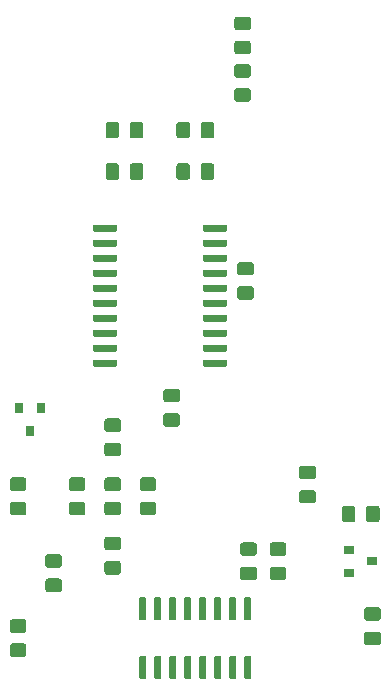
<source format=gbr>
G04 #@! TF.GenerationSoftware,KiCad,Pcbnew,5.1.5+dfsg1-2build2*
G04 #@! TF.CreationDate,2021-01-19T23:11:10+01:00*
G04 #@! TF.ProjectId,t100-dcmotor,74313030-2d64-4636-9d6f-746f722e6b69,rev?*
G04 #@! TF.SameCoordinates,Original*
G04 #@! TF.FileFunction,Paste,Top*
G04 #@! TF.FilePolarity,Positive*
%FSLAX46Y46*%
G04 Gerber Fmt 4.6, Leading zero omitted, Abs format (unit mm)*
G04 Created by KiCad (PCBNEW 5.1.5+dfsg1-2build2) date 2021-01-19 23:11:10*
%MOMM*%
%LPD*%
G04 APERTURE LIST*
%ADD10C,0.100000*%
%ADD11R,0.900000X0.800000*%
%ADD12R,0.800000X0.900000*%
G04 APERTURE END LIST*
D10*
G36*
X95374505Y-70301204D02*
G01*
X95398773Y-70304804D01*
X95422572Y-70310765D01*
X95445671Y-70319030D01*
X95467850Y-70329520D01*
X95488893Y-70342132D01*
X95508599Y-70356747D01*
X95526777Y-70373223D01*
X95543253Y-70391401D01*
X95557868Y-70411107D01*
X95570480Y-70432150D01*
X95580970Y-70454329D01*
X95589235Y-70477428D01*
X95595196Y-70501227D01*
X95598796Y-70525495D01*
X95600000Y-70549999D01*
X95600000Y-71450001D01*
X95598796Y-71474505D01*
X95595196Y-71498773D01*
X95589235Y-71522572D01*
X95580970Y-71545671D01*
X95570480Y-71567850D01*
X95557868Y-71588893D01*
X95543253Y-71608599D01*
X95526777Y-71626777D01*
X95508599Y-71643253D01*
X95488893Y-71657868D01*
X95467850Y-71670480D01*
X95445671Y-71680970D01*
X95422572Y-71689235D01*
X95398773Y-71695196D01*
X95374505Y-71698796D01*
X95350001Y-71700000D01*
X94699999Y-71700000D01*
X94675495Y-71698796D01*
X94651227Y-71695196D01*
X94627428Y-71689235D01*
X94604329Y-71680970D01*
X94582150Y-71670480D01*
X94561107Y-71657868D01*
X94541401Y-71643253D01*
X94523223Y-71626777D01*
X94506747Y-71608599D01*
X94492132Y-71588893D01*
X94479520Y-71567850D01*
X94469030Y-71545671D01*
X94460765Y-71522572D01*
X94454804Y-71498773D01*
X94451204Y-71474505D01*
X94450000Y-71450001D01*
X94450000Y-70549999D01*
X94451204Y-70525495D01*
X94454804Y-70501227D01*
X94460765Y-70477428D01*
X94469030Y-70454329D01*
X94479520Y-70432150D01*
X94492132Y-70411107D01*
X94506747Y-70391401D01*
X94523223Y-70373223D01*
X94541401Y-70356747D01*
X94561107Y-70342132D01*
X94582150Y-70329520D01*
X94604329Y-70319030D01*
X94627428Y-70310765D01*
X94651227Y-70304804D01*
X94675495Y-70301204D01*
X94699999Y-70300000D01*
X95350001Y-70300000D01*
X95374505Y-70301204D01*
G37*
G36*
X93324505Y-70301204D02*
G01*
X93348773Y-70304804D01*
X93372572Y-70310765D01*
X93395671Y-70319030D01*
X93417850Y-70329520D01*
X93438893Y-70342132D01*
X93458599Y-70356747D01*
X93476777Y-70373223D01*
X93493253Y-70391401D01*
X93507868Y-70411107D01*
X93520480Y-70432150D01*
X93530970Y-70454329D01*
X93539235Y-70477428D01*
X93545196Y-70501227D01*
X93548796Y-70525495D01*
X93550000Y-70549999D01*
X93550000Y-71450001D01*
X93548796Y-71474505D01*
X93545196Y-71498773D01*
X93539235Y-71522572D01*
X93530970Y-71545671D01*
X93520480Y-71567850D01*
X93507868Y-71588893D01*
X93493253Y-71608599D01*
X93476777Y-71626777D01*
X93458599Y-71643253D01*
X93438893Y-71657868D01*
X93417850Y-71670480D01*
X93395671Y-71680970D01*
X93372572Y-71689235D01*
X93348773Y-71695196D01*
X93324505Y-71698796D01*
X93300001Y-71700000D01*
X92649999Y-71700000D01*
X92625495Y-71698796D01*
X92601227Y-71695196D01*
X92577428Y-71689235D01*
X92554329Y-71680970D01*
X92532150Y-71670480D01*
X92511107Y-71657868D01*
X92491401Y-71643253D01*
X92473223Y-71626777D01*
X92456747Y-71608599D01*
X92442132Y-71588893D01*
X92429520Y-71567850D01*
X92419030Y-71545671D01*
X92410765Y-71522572D01*
X92404804Y-71498773D01*
X92401204Y-71474505D01*
X92400000Y-71450001D01*
X92400000Y-70549999D01*
X92401204Y-70525495D01*
X92404804Y-70501227D01*
X92410765Y-70477428D01*
X92419030Y-70454329D01*
X92429520Y-70432150D01*
X92442132Y-70411107D01*
X92456747Y-70391401D01*
X92473223Y-70373223D01*
X92491401Y-70356747D01*
X92511107Y-70342132D01*
X92532150Y-70329520D01*
X92554329Y-70319030D01*
X92577428Y-70310765D01*
X92601227Y-70304804D01*
X92625495Y-70301204D01*
X92649999Y-70300000D01*
X93300001Y-70300000D01*
X93324505Y-70301204D01*
G37*
G36*
X95374505Y-73801204D02*
G01*
X95398773Y-73804804D01*
X95422572Y-73810765D01*
X95445671Y-73819030D01*
X95467850Y-73829520D01*
X95488893Y-73842132D01*
X95508599Y-73856747D01*
X95526777Y-73873223D01*
X95543253Y-73891401D01*
X95557868Y-73911107D01*
X95570480Y-73932150D01*
X95580970Y-73954329D01*
X95589235Y-73977428D01*
X95595196Y-74001227D01*
X95598796Y-74025495D01*
X95600000Y-74049999D01*
X95600000Y-74950001D01*
X95598796Y-74974505D01*
X95595196Y-74998773D01*
X95589235Y-75022572D01*
X95580970Y-75045671D01*
X95570480Y-75067850D01*
X95557868Y-75088893D01*
X95543253Y-75108599D01*
X95526777Y-75126777D01*
X95508599Y-75143253D01*
X95488893Y-75157868D01*
X95467850Y-75170480D01*
X95445671Y-75180970D01*
X95422572Y-75189235D01*
X95398773Y-75195196D01*
X95374505Y-75198796D01*
X95350001Y-75200000D01*
X94699999Y-75200000D01*
X94675495Y-75198796D01*
X94651227Y-75195196D01*
X94627428Y-75189235D01*
X94604329Y-75180970D01*
X94582150Y-75170480D01*
X94561107Y-75157868D01*
X94541401Y-75143253D01*
X94523223Y-75126777D01*
X94506747Y-75108599D01*
X94492132Y-75088893D01*
X94479520Y-75067850D01*
X94469030Y-75045671D01*
X94460765Y-75022572D01*
X94454804Y-74998773D01*
X94451204Y-74974505D01*
X94450000Y-74950001D01*
X94450000Y-74049999D01*
X94451204Y-74025495D01*
X94454804Y-74001227D01*
X94460765Y-73977428D01*
X94469030Y-73954329D01*
X94479520Y-73932150D01*
X94492132Y-73911107D01*
X94506747Y-73891401D01*
X94523223Y-73873223D01*
X94541401Y-73856747D01*
X94561107Y-73842132D01*
X94582150Y-73829520D01*
X94604329Y-73819030D01*
X94627428Y-73810765D01*
X94651227Y-73804804D01*
X94675495Y-73801204D01*
X94699999Y-73800000D01*
X95350001Y-73800000D01*
X95374505Y-73801204D01*
G37*
G36*
X93324505Y-73801204D02*
G01*
X93348773Y-73804804D01*
X93372572Y-73810765D01*
X93395671Y-73819030D01*
X93417850Y-73829520D01*
X93438893Y-73842132D01*
X93458599Y-73856747D01*
X93476777Y-73873223D01*
X93493253Y-73891401D01*
X93507868Y-73911107D01*
X93520480Y-73932150D01*
X93530970Y-73954329D01*
X93539235Y-73977428D01*
X93545196Y-74001227D01*
X93548796Y-74025495D01*
X93550000Y-74049999D01*
X93550000Y-74950001D01*
X93548796Y-74974505D01*
X93545196Y-74998773D01*
X93539235Y-75022572D01*
X93530970Y-75045671D01*
X93520480Y-75067850D01*
X93507868Y-75088893D01*
X93493253Y-75108599D01*
X93476777Y-75126777D01*
X93458599Y-75143253D01*
X93438893Y-75157868D01*
X93417850Y-75170480D01*
X93395671Y-75180970D01*
X93372572Y-75189235D01*
X93348773Y-75195196D01*
X93324505Y-75198796D01*
X93300001Y-75200000D01*
X92649999Y-75200000D01*
X92625495Y-75198796D01*
X92601227Y-75195196D01*
X92577428Y-75189235D01*
X92554329Y-75180970D01*
X92532150Y-75170480D01*
X92511107Y-75157868D01*
X92491401Y-75143253D01*
X92473223Y-75126777D01*
X92456747Y-75108599D01*
X92442132Y-75088893D01*
X92429520Y-75067850D01*
X92419030Y-75045671D01*
X92410765Y-75022572D01*
X92404804Y-74998773D01*
X92401204Y-74974505D01*
X92400000Y-74950001D01*
X92400000Y-74049999D01*
X92401204Y-74025495D01*
X92404804Y-74001227D01*
X92410765Y-73977428D01*
X92419030Y-73954329D01*
X92429520Y-73932150D01*
X92442132Y-73911107D01*
X92456747Y-73891401D01*
X92473223Y-73873223D01*
X92491401Y-73856747D01*
X92511107Y-73842132D01*
X92532150Y-73829520D01*
X92554329Y-73819030D01*
X92577428Y-73810765D01*
X92601227Y-73804804D01*
X92625495Y-73801204D01*
X92649999Y-73800000D01*
X93300001Y-73800000D01*
X93324505Y-73801204D01*
G37*
G36*
X104474505Y-61376204D02*
G01*
X104498773Y-61379804D01*
X104522572Y-61385765D01*
X104545671Y-61394030D01*
X104567850Y-61404520D01*
X104588893Y-61417132D01*
X104608599Y-61431747D01*
X104626777Y-61448223D01*
X104643253Y-61466401D01*
X104657868Y-61486107D01*
X104670480Y-61507150D01*
X104680970Y-61529329D01*
X104689235Y-61552428D01*
X104695196Y-61576227D01*
X104698796Y-61600495D01*
X104700000Y-61624999D01*
X104700000Y-62275001D01*
X104698796Y-62299505D01*
X104695196Y-62323773D01*
X104689235Y-62347572D01*
X104680970Y-62370671D01*
X104670480Y-62392850D01*
X104657868Y-62413893D01*
X104643253Y-62433599D01*
X104626777Y-62451777D01*
X104608599Y-62468253D01*
X104588893Y-62482868D01*
X104567850Y-62495480D01*
X104545671Y-62505970D01*
X104522572Y-62514235D01*
X104498773Y-62520196D01*
X104474505Y-62523796D01*
X104450001Y-62525000D01*
X103549999Y-62525000D01*
X103525495Y-62523796D01*
X103501227Y-62520196D01*
X103477428Y-62514235D01*
X103454329Y-62505970D01*
X103432150Y-62495480D01*
X103411107Y-62482868D01*
X103391401Y-62468253D01*
X103373223Y-62451777D01*
X103356747Y-62433599D01*
X103342132Y-62413893D01*
X103329520Y-62392850D01*
X103319030Y-62370671D01*
X103310765Y-62347572D01*
X103304804Y-62323773D01*
X103301204Y-62299505D01*
X103300000Y-62275001D01*
X103300000Y-61624999D01*
X103301204Y-61600495D01*
X103304804Y-61576227D01*
X103310765Y-61552428D01*
X103319030Y-61529329D01*
X103329520Y-61507150D01*
X103342132Y-61486107D01*
X103356747Y-61466401D01*
X103373223Y-61448223D01*
X103391401Y-61431747D01*
X103411107Y-61417132D01*
X103432150Y-61404520D01*
X103454329Y-61394030D01*
X103477428Y-61385765D01*
X103501227Y-61379804D01*
X103525495Y-61376204D01*
X103549999Y-61375000D01*
X104450001Y-61375000D01*
X104474505Y-61376204D01*
G37*
G36*
X104474505Y-63426204D02*
G01*
X104498773Y-63429804D01*
X104522572Y-63435765D01*
X104545671Y-63444030D01*
X104567850Y-63454520D01*
X104588893Y-63467132D01*
X104608599Y-63481747D01*
X104626777Y-63498223D01*
X104643253Y-63516401D01*
X104657868Y-63536107D01*
X104670480Y-63557150D01*
X104680970Y-63579329D01*
X104689235Y-63602428D01*
X104695196Y-63626227D01*
X104698796Y-63650495D01*
X104700000Y-63674999D01*
X104700000Y-64325001D01*
X104698796Y-64349505D01*
X104695196Y-64373773D01*
X104689235Y-64397572D01*
X104680970Y-64420671D01*
X104670480Y-64442850D01*
X104657868Y-64463893D01*
X104643253Y-64483599D01*
X104626777Y-64501777D01*
X104608599Y-64518253D01*
X104588893Y-64532868D01*
X104567850Y-64545480D01*
X104545671Y-64555970D01*
X104522572Y-64564235D01*
X104498773Y-64570196D01*
X104474505Y-64573796D01*
X104450001Y-64575000D01*
X103549999Y-64575000D01*
X103525495Y-64573796D01*
X103501227Y-64570196D01*
X103477428Y-64564235D01*
X103454329Y-64555970D01*
X103432150Y-64545480D01*
X103411107Y-64532868D01*
X103391401Y-64518253D01*
X103373223Y-64501777D01*
X103356747Y-64483599D01*
X103342132Y-64463893D01*
X103329520Y-64442850D01*
X103319030Y-64420671D01*
X103310765Y-64397572D01*
X103304804Y-64373773D01*
X103301204Y-64349505D01*
X103300000Y-64325001D01*
X103300000Y-63674999D01*
X103301204Y-63650495D01*
X103304804Y-63626227D01*
X103310765Y-63602428D01*
X103319030Y-63579329D01*
X103329520Y-63557150D01*
X103342132Y-63536107D01*
X103356747Y-63516401D01*
X103373223Y-63498223D01*
X103391401Y-63481747D01*
X103411107Y-63467132D01*
X103432150Y-63454520D01*
X103454329Y-63444030D01*
X103477428Y-63435765D01*
X103501227Y-63429804D01*
X103525495Y-63426204D01*
X103549999Y-63425000D01*
X104450001Y-63425000D01*
X104474505Y-63426204D01*
G37*
G36*
X104474505Y-65401204D02*
G01*
X104498773Y-65404804D01*
X104522572Y-65410765D01*
X104545671Y-65419030D01*
X104567850Y-65429520D01*
X104588893Y-65442132D01*
X104608599Y-65456747D01*
X104626777Y-65473223D01*
X104643253Y-65491401D01*
X104657868Y-65511107D01*
X104670480Y-65532150D01*
X104680970Y-65554329D01*
X104689235Y-65577428D01*
X104695196Y-65601227D01*
X104698796Y-65625495D01*
X104700000Y-65649999D01*
X104700000Y-66300001D01*
X104698796Y-66324505D01*
X104695196Y-66348773D01*
X104689235Y-66372572D01*
X104680970Y-66395671D01*
X104670480Y-66417850D01*
X104657868Y-66438893D01*
X104643253Y-66458599D01*
X104626777Y-66476777D01*
X104608599Y-66493253D01*
X104588893Y-66507868D01*
X104567850Y-66520480D01*
X104545671Y-66530970D01*
X104522572Y-66539235D01*
X104498773Y-66545196D01*
X104474505Y-66548796D01*
X104450001Y-66550000D01*
X103549999Y-66550000D01*
X103525495Y-66548796D01*
X103501227Y-66545196D01*
X103477428Y-66539235D01*
X103454329Y-66530970D01*
X103432150Y-66520480D01*
X103411107Y-66507868D01*
X103391401Y-66493253D01*
X103373223Y-66476777D01*
X103356747Y-66458599D01*
X103342132Y-66438893D01*
X103329520Y-66417850D01*
X103319030Y-66395671D01*
X103310765Y-66372572D01*
X103304804Y-66348773D01*
X103301204Y-66324505D01*
X103300000Y-66300001D01*
X103300000Y-65649999D01*
X103301204Y-65625495D01*
X103304804Y-65601227D01*
X103310765Y-65577428D01*
X103319030Y-65554329D01*
X103329520Y-65532150D01*
X103342132Y-65511107D01*
X103356747Y-65491401D01*
X103373223Y-65473223D01*
X103391401Y-65456747D01*
X103411107Y-65442132D01*
X103432150Y-65429520D01*
X103454329Y-65419030D01*
X103477428Y-65410765D01*
X103501227Y-65404804D01*
X103525495Y-65401204D01*
X103549999Y-65400000D01*
X104450001Y-65400000D01*
X104474505Y-65401204D01*
G37*
G36*
X104474505Y-67451204D02*
G01*
X104498773Y-67454804D01*
X104522572Y-67460765D01*
X104545671Y-67469030D01*
X104567850Y-67479520D01*
X104588893Y-67492132D01*
X104608599Y-67506747D01*
X104626777Y-67523223D01*
X104643253Y-67541401D01*
X104657868Y-67561107D01*
X104670480Y-67582150D01*
X104680970Y-67604329D01*
X104689235Y-67627428D01*
X104695196Y-67651227D01*
X104698796Y-67675495D01*
X104700000Y-67699999D01*
X104700000Y-68350001D01*
X104698796Y-68374505D01*
X104695196Y-68398773D01*
X104689235Y-68422572D01*
X104680970Y-68445671D01*
X104670480Y-68467850D01*
X104657868Y-68488893D01*
X104643253Y-68508599D01*
X104626777Y-68526777D01*
X104608599Y-68543253D01*
X104588893Y-68557868D01*
X104567850Y-68570480D01*
X104545671Y-68580970D01*
X104522572Y-68589235D01*
X104498773Y-68595196D01*
X104474505Y-68598796D01*
X104450001Y-68600000D01*
X103549999Y-68600000D01*
X103525495Y-68598796D01*
X103501227Y-68595196D01*
X103477428Y-68589235D01*
X103454329Y-68580970D01*
X103432150Y-68570480D01*
X103411107Y-68557868D01*
X103391401Y-68543253D01*
X103373223Y-68526777D01*
X103356747Y-68508599D01*
X103342132Y-68488893D01*
X103329520Y-68467850D01*
X103319030Y-68445671D01*
X103310765Y-68422572D01*
X103304804Y-68398773D01*
X103301204Y-68374505D01*
X103300000Y-68350001D01*
X103300000Y-67699999D01*
X103301204Y-67675495D01*
X103304804Y-67651227D01*
X103310765Y-67627428D01*
X103319030Y-67604329D01*
X103329520Y-67582150D01*
X103342132Y-67561107D01*
X103356747Y-67541401D01*
X103373223Y-67523223D01*
X103391401Y-67506747D01*
X103411107Y-67492132D01*
X103432150Y-67479520D01*
X103454329Y-67469030D01*
X103477428Y-67460765D01*
X103501227Y-67454804D01*
X103525495Y-67451204D01*
X103549999Y-67450000D01*
X104450001Y-67450000D01*
X104474505Y-67451204D01*
G37*
G36*
X98474505Y-92901204D02*
G01*
X98498773Y-92904804D01*
X98522572Y-92910765D01*
X98545671Y-92919030D01*
X98567850Y-92929520D01*
X98588893Y-92942132D01*
X98608599Y-92956747D01*
X98626777Y-92973223D01*
X98643253Y-92991401D01*
X98657868Y-93011107D01*
X98670480Y-93032150D01*
X98680970Y-93054329D01*
X98689235Y-93077428D01*
X98695196Y-93101227D01*
X98698796Y-93125495D01*
X98700000Y-93149999D01*
X98700000Y-93800001D01*
X98698796Y-93824505D01*
X98695196Y-93848773D01*
X98689235Y-93872572D01*
X98680970Y-93895671D01*
X98670480Y-93917850D01*
X98657868Y-93938893D01*
X98643253Y-93958599D01*
X98626777Y-93976777D01*
X98608599Y-93993253D01*
X98588893Y-94007868D01*
X98567850Y-94020480D01*
X98545671Y-94030970D01*
X98522572Y-94039235D01*
X98498773Y-94045196D01*
X98474505Y-94048796D01*
X98450001Y-94050000D01*
X97549999Y-94050000D01*
X97525495Y-94048796D01*
X97501227Y-94045196D01*
X97477428Y-94039235D01*
X97454329Y-94030970D01*
X97432150Y-94020480D01*
X97411107Y-94007868D01*
X97391401Y-93993253D01*
X97373223Y-93976777D01*
X97356747Y-93958599D01*
X97342132Y-93938893D01*
X97329520Y-93917850D01*
X97319030Y-93895671D01*
X97310765Y-93872572D01*
X97304804Y-93848773D01*
X97301204Y-93824505D01*
X97300000Y-93800001D01*
X97300000Y-93149999D01*
X97301204Y-93125495D01*
X97304804Y-93101227D01*
X97310765Y-93077428D01*
X97319030Y-93054329D01*
X97329520Y-93032150D01*
X97342132Y-93011107D01*
X97356747Y-92991401D01*
X97373223Y-92973223D01*
X97391401Y-92956747D01*
X97411107Y-92942132D01*
X97432150Y-92929520D01*
X97454329Y-92919030D01*
X97477428Y-92910765D01*
X97501227Y-92904804D01*
X97525495Y-92901204D01*
X97549999Y-92900000D01*
X98450001Y-92900000D01*
X98474505Y-92901204D01*
G37*
G36*
X98474505Y-94951204D02*
G01*
X98498773Y-94954804D01*
X98522572Y-94960765D01*
X98545671Y-94969030D01*
X98567850Y-94979520D01*
X98588893Y-94992132D01*
X98608599Y-95006747D01*
X98626777Y-95023223D01*
X98643253Y-95041401D01*
X98657868Y-95061107D01*
X98670480Y-95082150D01*
X98680970Y-95104329D01*
X98689235Y-95127428D01*
X98695196Y-95151227D01*
X98698796Y-95175495D01*
X98700000Y-95199999D01*
X98700000Y-95850001D01*
X98698796Y-95874505D01*
X98695196Y-95898773D01*
X98689235Y-95922572D01*
X98680970Y-95945671D01*
X98670480Y-95967850D01*
X98657868Y-95988893D01*
X98643253Y-96008599D01*
X98626777Y-96026777D01*
X98608599Y-96043253D01*
X98588893Y-96057868D01*
X98567850Y-96070480D01*
X98545671Y-96080970D01*
X98522572Y-96089235D01*
X98498773Y-96095196D01*
X98474505Y-96098796D01*
X98450001Y-96100000D01*
X97549999Y-96100000D01*
X97525495Y-96098796D01*
X97501227Y-96095196D01*
X97477428Y-96089235D01*
X97454329Y-96080970D01*
X97432150Y-96070480D01*
X97411107Y-96057868D01*
X97391401Y-96043253D01*
X97373223Y-96026777D01*
X97356747Y-96008599D01*
X97342132Y-95988893D01*
X97329520Y-95967850D01*
X97319030Y-95945671D01*
X97310765Y-95922572D01*
X97304804Y-95898773D01*
X97301204Y-95874505D01*
X97300000Y-95850001D01*
X97300000Y-95199999D01*
X97301204Y-95175495D01*
X97304804Y-95151227D01*
X97310765Y-95127428D01*
X97319030Y-95104329D01*
X97329520Y-95082150D01*
X97342132Y-95061107D01*
X97356747Y-95041401D01*
X97373223Y-95023223D01*
X97391401Y-95006747D01*
X97411107Y-94992132D01*
X97432150Y-94979520D01*
X97454329Y-94969030D01*
X97477428Y-94960765D01*
X97501227Y-94954804D01*
X97525495Y-94951204D01*
X97549999Y-94950000D01*
X98450001Y-94950000D01*
X98474505Y-94951204D01*
G37*
G36*
X104609703Y-115500722D02*
G01*
X104624264Y-115502882D01*
X104638543Y-115506459D01*
X104652403Y-115511418D01*
X104665710Y-115517712D01*
X104678336Y-115525280D01*
X104690159Y-115534048D01*
X104701066Y-115543934D01*
X104710952Y-115554841D01*
X104719720Y-115566664D01*
X104727288Y-115579290D01*
X104733582Y-115592597D01*
X104738541Y-115606457D01*
X104742118Y-115620736D01*
X104744278Y-115635297D01*
X104745000Y-115650000D01*
X104745000Y-117300000D01*
X104744278Y-117314703D01*
X104742118Y-117329264D01*
X104738541Y-117343543D01*
X104733582Y-117357403D01*
X104727288Y-117370710D01*
X104719720Y-117383336D01*
X104710952Y-117395159D01*
X104701066Y-117406066D01*
X104690159Y-117415952D01*
X104678336Y-117424720D01*
X104665710Y-117432288D01*
X104652403Y-117438582D01*
X104638543Y-117443541D01*
X104624264Y-117447118D01*
X104609703Y-117449278D01*
X104595000Y-117450000D01*
X104295000Y-117450000D01*
X104280297Y-117449278D01*
X104265736Y-117447118D01*
X104251457Y-117443541D01*
X104237597Y-117438582D01*
X104224290Y-117432288D01*
X104211664Y-117424720D01*
X104199841Y-117415952D01*
X104188934Y-117406066D01*
X104179048Y-117395159D01*
X104170280Y-117383336D01*
X104162712Y-117370710D01*
X104156418Y-117357403D01*
X104151459Y-117343543D01*
X104147882Y-117329264D01*
X104145722Y-117314703D01*
X104145000Y-117300000D01*
X104145000Y-115650000D01*
X104145722Y-115635297D01*
X104147882Y-115620736D01*
X104151459Y-115606457D01*
X104156418Y-115592597D01*
X104162712Y-115579290D01*
X104170280Y-115566664D01*
X104179048Y-115554841D01*
X104188934Y-115543934D01*
X104199841Y-115534048D01*
X104211664Y-115525280D01*
X104224290Y-115517712D01*
X104237597Y-115511418D01*
X104251457Y-115506459D01*
X104265736Y-115502882D01*
X104280297Y-115500722D01*
X104295000Y-115500000D01*
X104595000Y-115500000D01*
X104609703Y-115500722D01*
G37*
G36*
X103339703Y-115500722D02*
G01*
X103354264Y-115502882D01*
X103368543Y-115506459D01*
X103382403Y-115511418D01*
X103395710Y-115517712D01*
X103408336Y-115525280D01*
X103420159Y-115534048D01*
X103431066Y-115543934D01*
X103440952Y-115554841D01*
X103449720Y-115566664D01*
X103457288Y-115579290D01*
X103463582Y-115592597D01*
X103468541Y-115606457D01*
X103472118Y-115620736D01*
X103474278Y-115635297D01*
X103475000Y-115650000D01*
X103475000Y-117300000D01*
X103474278Y-117314703D01*
X103472118Y-117329264D01*
X103468541Y-117343543D01*
X103463582Y-117357403D01*
X103457288Y-117370710D01*
X103449720Y-117383336D01*
X103440952Y-117395159D01*
X103431066Y-117406066D01*
X103420159Y-117415952D01*
X103408336Y-117424720D01*
X103395710Y-117432288D01*
X103382403Y-117438582D01*
X103368543Y-117443541D01*
X103354264Y-117447118D01*
X103339703Y-117449278D01*
X103325000Y-117450000D01*
X103025000Y-117450000D01*
X103010297Y-117449278D01*
X102995736Y-117447118D01*
X102981457Y-117443541D01*
X102967597Y-117438582D01*
X102954290Y-117432288D01*
X102941664Y-117424720D01*
X102929841Y-117415952D01*
X102918934Y-117406066D01*
X102909048Y-117395159D01*
X102900280Y-117383336D01*
X102892712Y-117370710D01*
X102886418Y-117357403D01*
X102881459Y-117343543D01*
X102877882Y-117329264D01*
X102875722Y-117314703D01*
X102875000Y-117300000D01*
X102875000Y-115650000D01*
X102875722Y-115635297D01*
X102877882Y-115620736D01*
X102881459Y-115606457D01*
X102886418Y-115592597D01*
X102892712Y-115579290D01*
X102900280Y-115566664D01*
X102909048Y-115554841D01*
X102918934Y-115543934D01*
X102929841Y-115534048D01*
X102941664Y-115525280D01*
X102954290Y-115517712D01*
X102967597Y-115511418D01*
X102981457Y-115506459D01*
X102995736Y-115502882D01*
X103010297Y-115500722D01*
X103025000Y-115500000D01*
X103325000Y-115500000D01*
X103339703Y-115500722D01*
G37*
G36*
X102069703Y-115500722D02*
G01*
X102084264Y-115502882D01*
X102098543Y-115506459D01*
X102112403Y-115511418D01*
X102125710Y-115517712D01*
X102138336Y-115525280D01*
X102150159Y-115534048D01*
X102161066Y-115543934D01*
X102170952Y-115554841D01*
X102179720Y-115566664D01*
X102187288Y-115579290D01*
X102193582Y-115592597D01*
X102198541Y-115606457D01*
X102202118Y-115620736D01*
X102204278Y-115635297D01*
X102205000Y-115650000D01*
X102205000Y-117300000D01*
X102204278Y-117314703D01*
X102202118Y-117329264D01*
X102198541Y-117343543D01*
X102193582Y-117357403D01*
X102187288Y-117370710D01*
X102179720Y-117383336D01*
X102170952Y-117395159D01*
X102161066Y-117406066D01*
X102150159Y-117415952D01*
X102138336Y-117424720D01*
X102125710Y-117432288D01*
X102112403Y-117438582D01*
X102098543Y-117443541D01*
X102084264Y-117447118D01*
X102069703Y-117449278D01*
X102055000Y-117450000D01*
X101755000Y-117450000D01*
X101740297Y-117449278D01*
X101725736Y-117447118D01*
X101711457Y-117443541D01*
X101697597Y-117438582D01*
X101684290Y-117432288D01*
X101671664Y-117424720D01*
X101659841Y-117415952D01*
X101648934Y-117406066D01*
X101639048Y-117395159D01*
X101630280Y-117383336D01*
X101622712Y-117370710D01*
X101616418Y-117357403D01*
X101611459Y-117343543D01*
X101607882Y-117329264D01*
X101605722Y-117314703D01*
X101605000Y-117300000D01*
X101605000Y-115650000D01*
X101605722Y-115635297D01*
X101607882Y-115620736D01*
X101611459Y-115606457D01*
X101616418Y-115592597D01*
X101622712Y-115579290D01*
X101630280Y-115566664D01*
X101639048Y-115554841D01*
X101648934Y-115543934D01*
X101659841Y-115534048D01*
X101671664Y-115525280D01*
X101684290Y-115517712D01*
X101697597Y-115511418D01*
X101711457Y-115506459D01*
X101725736Y-115502882D01*
X101740297Y-115500722D01*
X101755000Y-115500000D01*
X102055000Y-115500000D01*
X102069703Y-115500722D01*
G37*
G36*
X100799703Y-115500722D02*
G01*
X100814264Y-115502882D01*
X100828543Y-115506459D01*
X100842403Y-115511418D01*
X100855710Y-115517712D01*
X100868336Y-115525280D01*
X100880159Y-115534048D01*
X100891066Y-115543934D01*
X100900952Y-115554841D01*
X100909720Y-115566664D01*
X100917288Y-115579290D01*
X100923582Y-115592597D01*
X100928541Y-115606457D01*
X100932118Y-115620736D01*
X100934278Y-115635297D01*
X100935000Y-115650000D01*
X100935000Y-117300000D01*
X100934278Y-117314703D01*
X100932118Y-117329264D01*
X100928541Y-117343543D01*
X100923582Y-117357403D01*
X100917288Y-117370710D01*
X100909720Y-117383336D01*
X100900952Y-117395159D01*
X100891066Y-117406066D01*
X100880159Y-117415952D01*
X100868336Y-117424720D01*
X100855710Y-117432288D01*
X100842403Y-117438582D01*
X100828543Y-117443541D01*
X100814264Y-117447118D01*
X100799703Y-117449278D01*
X100785000Y-117450000D01*
X100485000Y-117450000D01*
X100470297Y-117449278D01*
X100455736Y-117447118D01*
X100441457Y-117443541D01*
X100427597Y-117438582D01*
X100414290Y-117432288D01*
X100401664Y-117424720D01*
X100389841Y-117415952D01*
X100378934Y-117406066D01*
X100369048Y-117395159D01*
X100360280Y-117383336D01*
X100352712Y-117370710D01*
X100346418Y-117357403D01*
X100341459Y-117343543D01*
X100337882Y-117329264D01*
X100335722Y-117314703D01*
X100335000Y-117300000D01*
X100335000Y-115650000D01*
X100335722Y-115635297D01*
X100337882Y-115620736D01*
X100341459Y-115606457D01*
X100346418Y-115592597D01*
X100352712Y-115579290D01*
X100360280Y-115566664D01*
X100369048Y-115554841D01*
X100378934Y-115543934D01*
X100389841Y-115534048D01*
X100401664Y-115525280D01*
X100414290Y-115517712D01*
X100427597Y-115511418D01*
X100441457Y-115506459D01*
X100455736Y-115502882D01*
X100470297Y-115500722D01*
X100485000Y-115500000D01*
X100785000Y-115500000D01*
X100799703Y-115500722D01*
G37*
G36*
X99529703Y-115500722D02*
G01*
X99544264Y-115502882D01*
X99558543Y-115506459D01*
X99572403Y-115511418D01*
X99585710Y-115517712D01*
X99598336Y-115525280D01*
X99610159Y-115534048D01*
X99621066Y-115543934D01*
X99630952Y-115554841D01*
X99639720Y-115566664D01*
X99647288Y-115579290D01*
X99653582Y-115592597D01*
X99658541Y-115606457D01*
X99662118Y-115620736D01*
X99664278Y-115635297D01*
X99665000Y-115650000D01*
X99665000Y-117300000D01*
X99664278Y-117314703D01*
X99662118Y-117329264D01*
X99658541Y-117343543D01*
X99653582Y-117357403D01*
X99647288Y-117370710D01*
X99639720Y-117383336D01*
X99630952Y-117395159D01*
X99621066Y-117406066D01*
X99610159Y-117415952D01*
X99598336Y-117424720D01*
X99585710Y-117432288D01*
X99572403Y-117438582D01*
X99558543Y-117443541D01*
X99544264Y-117447118D01*
X99529703Y-117449278D01*
X99515000Y-117450000D01*
X99215000Y-117450000D01*
X99200297Y-117449278D01*
X99185736Y-117447118D01*
X99171457Y-117443541D01*
X99157597Y-117438582D01*
X99144290Y-117432288D01*
X99131664Y-117424720D01*
X99119841Y-117415952D01*
X99108934Y-117406066D01*
X99099048Y-117395159D01*
X99090280Y-117383336D01*
X99082712Y-117370710D01*
X99076418Y-117357403D01*
X99071459Y-117343543D01*
X99067882Y-117329264D01*
X99065722Y-117314703D01*
X99065000Y-117300000D01*
X99065000Y-115650000D01*
X99065722Y-115635297D01*
X99067882Y-115620736D01*
X99071459Y-115606457D01*
X99076418Y-115592597D01*
X99082712Y-115579290D01*
X99090280Y-115566664D01*
X99099048Y-115554841D01*
X99108934Y-115543934D01*
X99119841Y-115534048D01*
X99131664Y-115525280D01*
X99144290Y-115517712D01*
X99157597Y-115511418D01*
X99171457Y-115506459D01*
X99185736Y-115502882D01*
X99200297Y-115500722D01*
X99215000Y-115500000D01*
X99515000Y-115500000D01*
X99529703Y-115500722D01*
G37*
G36*
X98259703Y-115500722D02*
G01*
X98274264Y-115502882D01*
X98288543Y-115506459D01*
X98302403Y-115511418D01*
X98315710Y-115517712D01*
X98328336Y-115525280D01*
X98340159Y-115534048D01*
X98351066Y-115543934D01*
X98360952Y-115554841D01*
X98369720Y-115566664D01*
X98377288Y-115579290D01*
X98383582Y-115592597D01*
X98388541Y-115606457D01*
X98392118Y-115620736D01*
X98394278Y-115635297D01*
X98395000Y-115650000D01*
X98395000Y-117300000D01*
X98394278Y-117314703D01*
X98392118Y-117329264D01*
X98388541Y-117343543D01*
X98383582Y-117357403D01*
X98377288Y-117370710D01*
X98369720Y-117383336D01*
X98360952Y-117395159D01*
X98351066Y-117406066D01*
X98340159Y-117415952D01*
X98328336Y-117424720D01*
X98315710Y-117432288D01*
X98302403Y-117438582D01*
X98288543Y-117443541D01*
X98274264Y-117447118D01*
X98259703Y-117449278D01*
X98245000Y-117450000D01*
X97945000Y-117450000D01*
X97930297Y-117449278D01*
X97915736Y-117447118D01*
X97901457Y-117443541D01*
X97887597Y-117438582D01*
X97874290Y-117432288D01*
X97861664Y-117424720D01*
X97849841Y-117415952D01*
X97838934Y-117406066D01*
X97829048Y-117395159D01*
X97820280Y-117383336D01*
X97812712Y-117370710D01*
X97806418Y-117357403D01*
X97801459Y-117343543D01*
X97797882Y-117329264D01*
X97795722Y-117314703D01*
X97795000Y-117300000D01*
X97795000Y-115650000D01*
X97795722Y-115635297D01*
X97797882Y-115620736D01*
X97801459Y-115606457D01*
X97806418Y-115592597D01*
X97812712Y-115579290D01*
X97820280Y-115566664D01*
X97829048Y-115554841D01*
X97838934Y-115543934D01*
X97849841Y-115534048D01*
X97861664Y-115525280D01*
X97874290Y-115517712D01*
X97887597Y-115511418D01*
X97901457Y-115506459D01*
X97915736Y-115502882D01*
X97930297Y-115500722D01*
X97945000Y-115500000D01*
X98245000Y-115500000D01*
X98259703Y-115500722D01*
G37*
G36*
X96989703Y-115500722D02*
G01*
X97004264Y-115502882D01*
X97018543Y-115506459D01*
X97032403Y-115511418D01*
X97045710Y-115517712D01*
X97058336Y-115525280D01*
X97070159Y-115534048D01*
X97081066Y-115543934D01*
X97090952Y-115554841D01*
X97099720Y-115566664D01*
X97107288Y-115579290D01*
X97113582Y-115592597D01*
X97118541Y-115606457D01*
X97122118Y-115620736D01*
X97124278Y-115635297D01*
X97125000Y-115650000D01*
X97125000Y-117300000D01*
X97124278Y-117314703D01*
X97122118Y-117329264D01*
X97118541Y-117343543D01*
X97113582Y-117357403D01*
X97107288Y-117370710D01*
X97099720Y-117383336D01*
X97090952Y-117395159D01*
X97081066Y-117406066D01*
X97070159Y-117415952D01*
X97058336Y-117424720D01*
X97045710Y-117432288D01*
X97032403Y-117438582D01*
X97018543Y-117443541D01*
X97004264Y-117447118D01*
X96989703Y-117449278D01*
X96975000Y-117450000D01*
X96675000Y-117450000D01*
X96660297Y-117449278D01*
X96645736Y-117447118D01*
X96631457Y-117443541D01*
X96617597Y-117438582D01*
X96604290Y-117432288D01*
X96591664Y-117424720D01*
X96579841Y-117415952D01*
X96568934Y-117406066D01*
X96559048Y-117395159D01*
X96550280Y-117383336D01*
X96542712Y-117370710D01*
X96536418Y-117357403D01*
X96531459Y-117343543D01*
X96527882Y-117329264D01*
X96525722Y-117314703D01*
X96525000Y-117300000D01*
X96525000Y-115650000D01*
X96525722Y-115635297D01*
X96527882Y-115620736D01*
X96531459Y-115606457D01*
X96536418Y-115592597D01*
X96542712Y-115579290D01*
X96550280Y-115566664D01*
X96559048Y-115554841D01*
X96568934Y-115543934D01*
X96579841Y-115534048D01*
X96591664Y-115525280D01*
X96604290Y-115517712D01*
X96617597Y-115511418D01*
X96631457Y-115506459D01*
X96645736Y-115502882D01*
X96660297Y-115500722D01*
X96675000Y-115500000D01*
X96975000Y-115500000D01*
X96989703Y-115500722D01*
G37*
G36*
X95719703Y-115500722D02*
G01*
X95734264Y-115502882D01*
X95748543Y-115506459D01*
X95762403Y-115511418D01*
X95775710Y-115517712D01*
X95788336Y-115525280D01*
X95800159Y-115534048D01*
X95811066Y-115543934D01*
X95820952Y-115554841D01*
X95829720Y-115566664D01*
X95837288Y-115579290D01*
X95843582Y-115592597D01*
X95848541Y-115606457D01*
X95852118Y-115620736D01*
X95854278Y-115635297D01*
X95855000Y-115650000D01*
X95855000Y-117300000D01*
X95854278Y-117314703D01*
X95852118Y-117329264D01*
X95848541Y-117343543D01*
X95843582Y-117357403D01*
X95837288Y-117370710D01*
X95829720Y-117383336D01*
X95820952Y-117395159D01*
X95811066Y-117406066D01*
X95800159Y-117415952D01*
X95788336Y-117424720D01*
X95775710Y-117432288D01*
X95762403Y-117438582D01*
X95748543Y-117443541D01*
X95734264Y-117447118D01*
X95719703Y-117449278D01*
X95705000Y-117450000D01*
X95405000Y-117450000D01*
X95390297Y-117449278D01*
X95375736Y-117447118D01*
X95361457Y-117443541D01*
X95347597Y-117438582D01*
X95334290Y-117432288D01*
X95321664Y-117424720D01*
X95309841Y-117415952D01*
X95298934Y-117406066D01*
X95289048Y-117395159D01*
X95280280Y-117383336D01*
X95272712Y-117370710D01*
X95266418Y-117357403D01*
X95261459Y-117343543D01*
X95257882Y-117329264D01*
X95255722Y-117314703D01*
X95255000Y-117300000D01*
X95255000Y-115650000D01*
X95255722Y-115635297D01*
X95257882Y-115620736D01*
X95261459Y-115606457D01*
X95266418Y-115592597D01*
X95272712Y-115579290D01*
X95280280Y-115566664D01*
X95289048Y-115554841D01*
X95298934Y-115543934D01*
X95309841Y-115534048D01*
X95321664Y-115525280D01*
X95334290Y-115517712D01*
X95347597Y-115511418D01*
X95361457Y-115506459D01*
X95375736Y-115502882D01*
X95390297Y-115500722D01*
X95405000Y-115500000D01*
X95705000Y-115500000D01*
X95719703Y-115500722D01*
G37*
G36*
X95719703Y-110550722D02*
G01*
X95734264Y-110552882D01*
X95748543Y-110556459D01*
X95762403Y-110561418D01*
X95775710Y-110567712D01*
X95788336Y-110575280D01*
X95800159Y-110584048D01*
X95811066Y-110593934D01*
X95820952Y-110604841D01*
X95829720Y-110616664D01*
X95837288Y-110629290D01*
X95843582Y-110642597D01*
X95848541Y-110656457D01*
X95852118Y-110670736D01*
X95854278Y-110685297D01*
X95855000Y-110700000D01*
X95855000Y-112350000D01*
X95854278Y-112364703D01*
X95852118Y-112379264D01*
X95848541Y-112393543D01*
X95843582Y-112407403D01*
X95837288Y-112420710D01*
X95829720Y-112433336D01*
X95820952Y-112445159D01*
X95811066Y-112456066D01*
X95800159Y-112465952D01*
X95788336Y-112474720D01*
X95775710Y-112482288D01*
X95762403Y-112488582D01*
X95748543Y-112493541D01*
X95734264Y-112497118D01*
X95719703Y-112499278D01*
X95705000Y-112500000D01*
X95405000Y-112500000D01*
X95390297Y-112499278D01*
X95375736Y-112497118D01*
X95361457Y-112493541D01*
X95347597Y-112488582D01*
X95334290Y-112482288D01*
X95321664Y-112474720D01*
X95309841Y-112465952D01*
X95298934Y-112456066D01*
X95289048Y-112445159D01*
X95280280Y-112433336D01*
X95272712Y-112420710D01*
X95266418Y-112407403D01*
X95261459Y-112393543D01*
X95257882Y-112379264D01*
X95255722Y-112364703D01*
X95255000Y-112350000D01*
X95255000Y-110700000D01*
X95255722Y-110685297D01*
X95257882Y-110670736D01*
X95261459Y-110656457D01*
X95266418Y-110642597D01*
X95272712Y-110629290D01*
X95280280Y-110616664D01*
X95289048Y-110604841D01*
X95298934Y-110593934D01*
X95309841Y-110584048D01*
X95321664Y-110575280D01*
X95334290Y-110567712D01*
X95347597Y-110561418D01*
X95361457Y-110556459D01*
X95375736Y-110552882D01*
X95390297Y-110550722D01*
X95405000Y-110550000D01*
X95705000Y-110550000D01*
X95719703Y-110550722D01*
G37*
G36*
X96989703Y-110550722D02*
G01*
X97004264Y-110552882D01*
X97018543Y-110556459D01*
X97032403Y-110561418D01*
X97045710Y-110567712D01*
X97058336Y-110575280D01*
X97070159Y-110584048D01*
X97081066Y-110593934D01*
X97090952Y-110604841D01*
X97099720Y-110616664D01*
X97107288Y-110629290D01*
X97113582Y-110642597D01*
X97118541Y-110656457D01*
X97122118Y-110670736D01*
X97124278Y-110685297D01*
X97125000Y-110700000D01*
X97125000Y-112350000D01*
X97124278Y-112364703D01*
X97122118Y-112379264D01*
X97118541Y-112393543D01*
X97113582Y-112407403D01*
X97107288Y-112420710D01*
X97099720Y-112433336D01*
X97090952Y-112445159D01*
X97081066Y-112456066D01*
X97070159Y-112465952D01*
X97058336Y-112474720D01*
X97045710Y-112482288D01*
X97032403Y-112488582D01*
X97018543Y-112493541D01*
X97004264Y-112497118D01*
X96989703Y-112499278D01*
X96975000Y-112500000D01*
X96675000Y-112500000D01*
X96660297Y-112499278D01*
X96645736Y-112497118D01*
X96631457Y-112493541D01*
X96617597Y-112488582D01*
X96604290Y-112482288D01*
X96591664Y-112474720D01*
X96579841Y-112465952D01*
X96568934Y-112456066D01*
X96559048Y-112445159D01*
X96550280Y-112433336D01*
X96542712Y-112420710D01*
X96536418Y-112407403D01*
X96531459Y-112393543D01*
X96527882Y-112379264D01*
X96525722Y-112364703D01*
X96525000Y-112350000D01*
X96525000Y-110700000D01*
X96525722Y-110685297D01*
X96527882Y-110670736D01*
X96531459Y-110656457D01*
X96536418Y-110642597D01*
X96542712Y-110629290D01*
X96550280Y-110616664D01*
X96559048Y-110604841D01*
X96568934Y-110593934D01*
X96579841Y-110584048D01*
X96591664Y-110575280D01*
X96604290Y-110567712D01*
X96617597Y-110561418D01*
X96631457Y-110556459D01*
X96645736Y-110552882D01*
X96660297Y-110550722D01*
X96675000Y-110550000D01*
X96975000Y-110550000D01*
X96989703Y-110550722D01*
G37*
G36*
X98259703Y-110550722D02*
G01*
X98274264Y-110552882D01*
X98288543Y-110556459D01*
X98302403Y-110561418D01*
X98315710Y-110567712D01*
X98328336Y-110575280D01*
X98340159Y-110584048D01*
X98351066Y-110593934D01*
X98360952Y-110604841D01*
X98369720Y-110616664D01*
X98377288Y-110629290D01*
X98383582Y-110642597D01*
X98388541Y-110656457D01*
X98392118Y-110670736D01*
X98394278Y-110685297D01*
X98395000Y-110700000D01*
X98395000Y-112350000D01*
X98394278Y-112364703D01*
X98392118Y-112379264D01*
X98388541Y-112393543D01*
X98383582Y-112407403D01*
X98377288Y-112420710D01*
X98369720Y-112433336D01*
X98360952Y-112445159D01*
X98351066Y-112456066D01*
X98340159Y-112465952D01*
X98328336Y-112474720D01*
X98315710Y-112482288D01*
X98302403Y-112488582D01*
X98288543Y-112493541D01*
X98274264Y-112497118D01*
X98259703Y-112499278D01*
X98245000Y-112500000D01*
X97945000Y-112500000D01*
X97930297Y-112499278D01*
X97915736Y-112497118D01*
X97901457Y-112493541D01*
X97887597Y-112488582D01*
X97874290Y-112482288D01*
X97861664Y-112474720D01*
X97849841Y-112465952D01*
X97838934Y-112456066D01*
X97829048Y-112445159D01*
X97820280Y-112433336D01*
X97812712Y-112420710D01*
X97806418Y-112407403D01*
X97801459Y-112393543D01*
X97797882Y-112379264D01*
X97795722Y-112364703D01*
X97795000Y-112350000D01*
X97795000Y-110700000D01*
X97795722Y-110685297D01*
X97797882Y-110670736D01*
X97801459Y-110656457D01*
X97806418Y-110642597D01*
X97812712Y-110629290D01*
X97820280Y-110616664D01*
X97829048Y-110604841D01*
X97838934Y-110593934D01*
X97849841Y-110584048D01*
X97861664Y-110575280D01*
X97874290Y-110567712D01*
X97887597Y-110561418D01*
X97901457Y-110556459D01*
X97915736Y-110552882D01*
X97930297Y-110550722D01*
X97945000Y-110550000D01*
X98245000Y-110550000D01*
X98259703Y-110550722D01*
G37*
G36*
X99529703Y-110550722D02*
G01*
X99544264Y-110552882D01*
X99558543Y-110556459D01*
X99572403Y-110561418D01*
X99585710Y-110567712D01*
X99598336Y-110575280D01*
X99610159Y-110584048D01*
X99621066Y-110593934D01*
X99630952Y-110604841D01*
X99639720Y-110616664D01*
X99647288Y-110629290D01*
X99653582Y-110642597D01*
X99658541Y-110656457D01*
X99662118Y-110670736D01*
X99664278Y-110685297D01*
X99665000Y-110700000D01*
X99665000Y-112350000D01*
X99664278Y-112364703D01*
X99662118Y-112379264D01*
X99658541Y-112393543D01*
X99653582Y-112407403D01*
X99647288Y-112420710D01*
X99639720Y-112433336D01*
X99630952Y-112445159D01*
X99621066Y-112456066D01*
X99610159Y-112465952D01*
X99598336Y-112474720D01*
X99585710Y-112482288D01*
X99572403Y-112488582D01*
X99558543Y-112493541D01*
X99544264Y-112497118D01*
X99529703Y-112499278D01*
X99515000Y-112500000D01*
X99215000Y-112500000D01*
X99200297Y-112499278D01*
X99185736Y-112497118D01*
X99171457Y-112493541D01*
X99157597Y-112488582D01*
X99144290Y-112482288D01*
X99131664Y-112474720D01*
X99119841Y-112465952D01*
X99108934Y-112456066D01*
X99099048Y-112445159D01*
X99090280Y-112433336D01*
X99082712Y-112420710D01*
X99076418Y-112407403D01*
X99071459Y-112393543D01*
X99067882Y-112379264D01*
X99065722Y-112364703D01*
X99065000Y-112350000D01*
X99065000Y-110700000D01*
X99065722Y-110685297D01*
X99067882Y-110670736D01*
X99071459Y-110656457D01*
X99076418Y-110642597D01*
X99082712Y-110629290D01*
X99090280Y-110616664D01*
X99099048Y-110604841D01*
X99108934Y-110593934D01*
X99119841Y-110584048D01*
X99131664Y-110575280D01*
X99144290Y-110567712D01*
X99157597Y-110561418D01*
X99171457Y-110556459D01*
X99185736Y-110552882D01*
X99200297Y-110550722D01*
X99215000Y-110550000D01*
X99515000Y-110550000D01*
X99529703Y-110550722D01*
G37*
G36*
X100799703Y-110550722D02*
G01*
X100814264Y-110552882D01*
X100828543Y-110556459D01*
X100842403Y-110561418D01*
X100855710Y-110567712D01*
X100868336Y-110575280D01*
X100880159Y-110584048D01*
X100891066Y-110593934D01*
X100900952Y-110604841D01*
X100909720Y-110616664D01*
X100917288Y-110629290D01*
X100923582Y-110642597D01*
X100928541Y-110656457D01*
X100932118Y-110670736D01*
X100934278Y-110685297D01*
X100935000Y-110700000D01*
X100935000Y-112350000D01*
X100934278Y-112364703D01*
X100932118Y-112379264D01*
X100928541Y-112393543D01*
X100923582Y-112407403D01*
X100917288Y-112420710D01*
X100909720Y-112433336D01*
X100900952Y-112445159D01*
X100891066Y-112456066D01*
X100880159Y-112465952D01*
X100868336Y-112474720D01*
X100855710Y-112482288D01*
X100842403Y-112488582D01*
X100828543Y-112493541D01*
X100814264Y-112497118D01*
X100799703Y-112499278D01*
X100785000Y-112500000D01*
X100485000Y-112500000D01*
X100470297Y-112499278D01*
X100455736Y-112497118D01*
X100441457Y-112493541D01*
X100427597Y-112488582D01*
X100414290Y-112482288D01*
X100401664Y-112474720D01*
X100389841Y-112465952D01*
X100378934Y-112456066D01*
X100369048Y-112445159D01*
X100360280Y-112433336D01*
X100352712Y-112420710D01*
X100346418Y-112407403D01*
X100341459Y-112393543D01*
X100337882Y-112379264D01*
X100335722Y-112364703D01*
X100335000Y-112350000D01*
X100335000Y-110700000D01*
X100335722Y-110685297D01*
X100337882Y-110670736D01*
X100341459Y-110656457D01*
X100346418Y-110642597D01*
X100352712Y-110629290D01*
X100360280Y-110616664D01*
X100369048Y-110604841D01*
X100378934Y-110593934D01*
X100389841Y-110584048D01*
X100401664Y-110575280D01*
X100414290Y-110567712D01*
X100427597Y-110561418D01*
X100441457Y-110556459D01*
X100455736Y-110552882D01*
X100470297Y-110550722D01*
X100485000Y-110550000D01*
X100785000Y-110550000D01*
X100799703Y-110550722D01*
G37*
G36*
X102069703Y-110550722D02*
G01*
X102084264Y-110552882D01*
X102098543Y-110556459D01*
X102112403Y-110561418D01*
X102125710Y-110567712D01*
X102138336Y-110575280D01*
X102150159Y-110584048D01*
X102161066Y-110593934D01*
X102170952Y-110604841D01*
X102179720Y-110616664D01*
X102187288Y-110629290D01*
X102193582Y-110642597D01*
X102198541Y-110656457D01*
X102202118Y-110670736D01*
X102204278Y-110685297D01*
X102205000Y-110700000D01*
X102205000Y-112350000D01*
X102204278Y-112364703D01*
X102202118Y-112379264D01*
X102198541Y-112393543D01*
X102193582Y-112407403D01*
X102187288Y-112420710D01*
X102179720Y-112433336D01*
X102170952Y-112445159D01*
X102161066Y-112456066D01*
X102150159Y-112465952D01*
X102138336Y-112474720D01*
X102125710Y-112482288D01*
X102112403Y-112488582D01*
X102098543Y-112493541D01*
X102084264Y-112497118D01*
X102069703Y-112499278D01*
X102055000Y-112500000D01*
X101755000Y-112500000D01*
X101740297Y-112499278D01*
X101725736Y-112497118D01*
X101711457Y-112493541D01*
X101697597Y-112488582D01*
X101684290Y-112482288D01*
X101671664Y-112474720D01*
X101659841Y-112465952D01*
X101648934Y-112456066D01*
X101639048Y-112445159D01*
X101630280Y-112433336D01*
X101622712Y-112420710D01*
X101616418Y-112407403D01*
X101611459Y-112393543D01*
X101607882Y-112379264D01*
X101605722Y-112364703D01*
X101605000Y-112350000D01*
X101605000Y-110700000D01*
X101605722Y-110685297D01*
X101607882Y-110670736D01*
X101611459Y-110656457D01*
X101616418Y-110642597D01*
X101622712Y-110629290D01*
X101630280Y-110616664D01*
X101639048Y-110604841D01*
X101648934Y-110593934D01*
X101659841Y-110584048D01*
X101671664Y-110575280D01*
X101684290Y-110567712D01*
X101697597Y-110561418D01*
X101711457Y-110556459D01*
X101725736Y-110552882D01*
X101740297Y-110550722D01*
X101755000Y-110550000D01*
X102055000Y-110550000D01*
X102069703Y-110550722D01*
G37*
G36*
X103339703Y-110550722D02*
G01*
X103354264Y-110552882D01*
X103368543Y-110556459D01*
X103382403Y-110561418D01*
X103395710Y-110567712D01*
X103408336Y-110575280D01*
X103420159Y-110584048D01*
X103431066Y-110593934D01*
X103440952Y-110604841D01*
X103449720Y-110616664D01*
X103457288Y-110629290D01*
X103463582Y-110642597D01*
X103468541Y-110656457D01*
X103472118Y-110670736D01*
X103474278Y-110685297D01*
X103475000Y-110700000D01*
X103475000Y-112350000D01*
X103474278Y-112364703D01*
X103472118Y-112379264D01*
X103468541Y-112393543D01*
X103463582Y-112407403D01*
X103457288Y-112420710D01*
X103449720Y-112433336D01*
X103440952Y-112445159D01*
X103431066Y-112456066D01*
X103420159Y-112465952D01*
X103408336Y-112474720D01*
X103395710Y-112482288D01*
X103382403Y-112488582D01*
X103368543Y-112493541D01*
X103354264Y-112497118D01*
X103339703Y-112499278D01*
X103325000Y-112500000D01*
X103025000Y-112500000D01*
X103010297Y-112499278D01*
X102995736Y-112497118D01*
X102981457Y-112493541D01*
X102967597Y-112488582D01*
X102954290Y-112482288D01*
X102941664Y-112474720D01*
X102929841Y-112465952D01*
X102918934Y-112456066D01*
X102909048Y-112445159D01*
X102900280Y-112433336D01*
X102892712Y-112420710D01*
X102886418Y-112407403D01*
X102881459Y-112393543D01*
X102877882Y-112379264D01*
X102875722Y-112364703D01*
X102875000Y-112350000D01*
X102875000Y-110700000D01*
X102875722Y-110685297D01*
X102877882Y-110670736D01*
X102881459Y-110656457D01*
X102886418Y-110642597D01*
X102892712Y-110629290D01*
X102900280Y-110616664D01*
X102909048Y-110604841D01*
X102918934Y-110593934D01*
X102929841Y-110584048D01*
X102941664Y-110575280D01*
X102954290Y-110567712D01*
X102967597Y-110561418D01*
X102981457Y-110556459D01*
X102995736Y-110552882D01*
X103010297Y-110550722D01*
X103025000Y-110550000D01*
X103325000Y-110550000D01*
X103339703Y-110550722D01*
G37*
G36*
X104609703Y-110550722D02*
G01*
X104624264Y-110552882D01*
X104638543Y-110556459D01*
X104652403Y-110561418D01*
X104665710Y-110567712D01*
X104678336Y-110575280D01*
X104690159Y-110584048D01*
X104701066Y-110593934D01*
X104710952Y-110604841D01*
X104719720Y-110616664D01*
X104727288Y-110629290D01*
X104733582Y-110642597D01*
X104738541Y-110656457D01*
X104742118Y-110670736D01*
X104744278Y-110685297D01*
X104745000Y-110700000D01*
X104745000Y-112350000D01*
X104744278Y-112364703D01*
X104742118Y-112379264D01*
X104738541Y-112393543D01*
X104733582Y-112407403D01*
X104727288Y-112420710D01*
X104719720Y-112433336D01*
X104710952Y-112445159D01*
X104701066Y-112456066D01*
X104690159Y-112465952D01*
X104678336Y-112474720D01*
X104665710Y-112482288D01*
X104652403Y-112488582D01*
X104638543Y-112493541D01*
X104624264Y-112497118D01*
X104609703Y-112499278D01*
X104595000Y-112500000D01*
X104295000Y-112500000D01*
X104280297Y-112499278D01*
X104265736Y-112497118D01*
X104251457Y-112493541D01*
X104237597Y-112488582D01*
X104224290Y-112482288D01*
X104211664Y-112474720D01*
X104199841Y-112465952D01*
X104188934Y-112456066D01*
X104179048Y-112445159D01*
X104170280Y-112433336D01*
X104162712Y-112420710D01*
X104156418Y-112407403D01*
X104151459Y-112393543D01*
X104147882Y-112379264D01*
X104145722Y-112364703D01*
X104145000Y-112350000D01*
X104145000Y-110700000D01*
X104145722Y-110685297D01*
X104147882Y-110670736D01*
X104151459Y-110656457D01*
X104156418Y-110642597D01*
X104162712Y-110629290D01*
X104170280Y-110616664D01*
X104179048Y-110604841D01*
X104188934Y-110593934D01*
X104199841Y-110584048D01*
X104211664Y-110575280D01*
X104224290Y-110567712D01*
X104237597Y-110561418D01*
X104251457Y-110556459D01*
X104265736Y-110552882D01*
X104280297Y-110550722D01*
X104295000Y-110550000D01*
X104595000Y-110550000D01*
X104609703Y-110550722D01*
G37*
G36*
X102539703Y-78985722D02*
G01*
X102554264Y-78987882D01*
X102568543Y-78991459D01*
X102582403Y-78996418D01*
X102595710Y-79002712D01*
X102608336Y-79010280D01*
X102620159Y-79019048D01*
X102631066Y-79028934D01*
X102640952Y-79039841D01*
X102649720Y-79051664D01*
X102657288Y-79064290D01*
X102663582Y-79077597D01*
X102668541Y-79091457D01*
X102672118Y-79105736D01*
X102674278Y-79120297D01*
X102675000Y-79135000D01*
X102675000Y-79435000D01*
X102674278Y-79449703D01*
X102672118Y-79464264D01*
X102668541Y-79478543D01*
X102663582Y-79492403D01*
X102657288Y-79505710D01*
X102649720Y-79518336D01*
X102640952Y-79530159D01*
X102631066Y-79541066D01*
X102620159Y-79550952D01*
X102608336Y-79559720D01*
X102595710Y-79567288D01*
X102582403Y-79573582D01*
X102568543Y-79578541D01*
X102554264Y-79582118D01*
X102539703Y-79584278D01*
X102525000Y-79585000D01*
X100775000Y-79585000D01*
X100760297Y-79584278D01*
X100745736Y-79582118D01*
X100731457Y-79578541D01*
X100717597Y-79573582D01*
X100704290Y-79567288D01*
X100691664Y-79559720D01*
X100679841Y-79550952D01*
X100668934Y-79541066D01*
X100659048Y-79530159D01*
X100650280Y-79518336D01*
X100642712Y-79505710D01*
X100636418Y-79492403D01*
X100631459Y-79478543D01*
X100627882Y-79464264D01*
X100625722Y-79449703D01*
X100625000Y-79435000D01*
X100625000Y-79135000D01*
X100625722Y-79120297D01*
X100627882Y-79105736D01*
X100631459Y-79091457D01*
X100636418Y-79077597D01*
X100642712Y-79064290D01*
X100650280Y-79051664D01*
X100659048Y-79039841D01*
X100668934Y-79028934D01*
X100679841Y-79019048D01*
X100691664Y-79010280D01*
X100704290Y-79002712D01*
X100717597Y-78996418D01*
X100731457Y-78991459D01*
X100745736Y-78987882D01*
X100760297Y-78985722D01*
X100775000Y-78985000D01*
X102525000Y-78985000D01*
X102539703Y-78985722D01*
G37*
G36*
X102539703Y-80255722D02*
G01*
X102554264Y-80257882D01*
X102568543Y-80261459D01*
X102582403Y-80266418D01*
X102595710Y-80272712D01*
X102608336Y-80280280D01*
X102620159Y-80289048D01*
X102631066Y-80298934D01*
X102640952Y-80309841D01*
X102649720Y-80321664D01*
X102657288Y-80334290D01*
X102663582Y-80347597D01*
X102668541Y-80361457D01*
X102672118Y-80375736D01*
X102674278Y-80390297D01*
X102675000Y-80405000D01*
X102675000Y-80705000D01*
X102674278Y-80719703D01*
X102672118Y-80734264D01*
X102668541Y-80748543D01*
X102663582Y-80762403D01*
X102657288Y-80775710D01*
X102649720Y-80788336D01*
X102640952Y-80800159D01*
X102631066Y-80811066D01*
X102620159Y-80820952D01*
X102608336Y-80829720D01*
X102595710Y-80837288D01*
X102582403Y-80843582D01*
X102568543Y-80848541D01*
X102554264Y-80852118D01*
X102539703Y-80854278D01*
X102525000Y-80855000D01*
X100775000Y-80855000D01*
X100760297Y-80854278D01*
X100745736Y-80852118D01*
X100731457Y-80848541D01*
X100717597Y-80843582D01*
X100704290Y-80837288D01*
X100691664Y-80829720D01*
X100679841Y-80820952D01*
X100668934Y-80811066D01*
X100659048Y-80800159D01*
X100650280Y-80788336D01*
X100642712Y-80775710D01*
X100636418Y-80762403D01*
X100631459Y-80748543D01*
X100627882Y-80734264D01*
X100625722Y-80719703D01*
X100625000Y-80705000D01*
X100625000Y-80405000D01*
X100625722Y-80390297D01*
X100627882Y-80375736D01*
X100631459Y-80361457D01*
X100636418Y-80347597D01*
X100642712Y-80334290D01*
X100650280Y-80321664D01*
X100659048Y-80309841D01*
X100668934Y-80298934D01*
X100679841Y-80289048D01*
X100691664Y-80280280D01*
X100704290Y-80272712D01*
X100717597Y-80266418D01*
X100731457Y-80261459D01*
X100745736Y-80257882D01*
X100760297Y-80255722D01*
X100775000Y-80255000D01*
X102525000Y-80255000D01*
X102539703Y-80255722D01*
G37*
G36*
X102539703Y-81525722D02*
G01*
X102554264Y-81527882D01*
X102568543Y-81531459D01*
X102582403Y-81536418D01*
X102595710Y-81542712D01*
X102608336Y-81550280D01*
X102620159Y-81559048D01*
X102631066Y-81568934D01*
X102640952Y-81579841D01*
X102649720Y-81591664D01*
X102657288Y-81604290D01*
X102663582Y-81617597D01*
X102668541Y-81631457D01*
X102672118Y-81645736D01*
X102674278Y-81660297D01*
X102675000Y-81675000D01*
X102675000Y-81975000D01*
X102674278Y-81989703D01*
X102672118Y-82004264D01*
X102668541Y-82018543D01*
X102663582Y-82032403D01*
X102657288Y-82045710D01*
X102649720Y-82058336D01*
X102640952Y-82070159D01*
X102631066Y-82081066D01*
X102620159Y-82090952D01*
X102608336Y-82099720D01*
X102595710Y-82107288D01*
X102582403Y-82113582D01*
X102568543Y-82118541D01*
X102554264Y-82122118D01*
X102539703Y-82124278D01*
X102525000Y-82125000D01*
X100775000Y-82125000D01*
X100760297Y-82124278D01*
X100745736Y-82122118D01*
X100731457Y-82118541D01*
X100717597Y-82113582D01*
X100704290Y-82107288D01*
X100691664Y-82099720D01*
X100679841Y-82090952D01*
X100668934Y-82081066D01*
X100659048Y-82070159D01*
X100650280Y-82058336D01*
X100642712Y-82045710D01*
X100636418Y-82032403D01*
X100631459Y-82018543D01*
X100627882Y-82004264D01*
X100625722Y-81989703D01*
X100625000Y-81975000D01*
X100625000Y-81675000D01*
X100625722Y-81660297D01*
X100627882Y-81645736D01*
X100631459Y-81631457D01*
X100636418Y-81617597D01*
X100642712Y-81604290D01*
X100650280Y-81591664D01*
X100659048Y-81579841D01*
X100668934Y-81568934D01*
X100679841Y-81559048D01*
X100691664Y-81550280D01*
X100704290Y-81542712D01*
X100717597Y-81536418D01*
X100731457Y-81531459D01*
X100745736Y-81527882D01*
X100760297Y-81525722D01*
X100775000Y-81525000D01*
X102525000Y-81525000D01*
X102539703Y-81525722D01*
G37*
G36*
X102539703Y-82795722D02*
G01*
X102554264Y-82797882D01*
X102568543Y-82801459D01*
X102582403Y-82806418D01*
X102595710Y-82812712D01*
X102608336Y-82820280D01*
X102620159Y-82829048D01*
X102631066Y-82838934D01*
X102640952Y-82849841D01*
X102649720Y-82861664D01*
X102657288Y-82874290D01*
X102663582Y-82887597D01*
X102668541Y-82901457D01*
X102672118Y-82915736D01*
X102674278Y-82930297D01*
X102675000Y-82945000D01*
X102675000Y-83245000D01*
X102674278Y-83259703D01*
X102672118Y-83274264D01*
X102668541Y-83288543D01*
X102663582Y-83302403D01*
X102657288Y-83315710D01*
X102649720Y-83328336D01*
X102640952Y-83340159D01*
X102631066Y-83351066D01*
X102620159Y-83360952D01*
X102608336Y-83369720D01*
X102595710Y-83377288D01*
X102582403Y-83383582D01*
X102568543Y-83388541D01*
X102554264Y-83392118D01*
X102539703Y-83394278D01*
X102525000Y-83395000D01*
X100775000Y-83395000D01*
X100760297Y-83394278D01*
X100745736Y-83392118D01*
X100731457Y-83388541D01*
X100717597Y-83383582D01*
X100704290Y-83377288D01*
X100691664Y-83369720D01*
X100679841Y-83360952D01*
X100668934Y-83351066D01*
X100659048Y-83340159D01*
X100650280Y-83328336D01*
X100642712Y-83315710D01*
X100636418Y-83302403D01*
X100631459Y-83288543D01*
X100627882Y-83274264D01*
X100625722Y-83259703D01*
X100625000Y-83245000D01*
X100625000Y-82945000D01*
X100625722Y-82930297D01*
X100627882Y-82915736D01*
X100631459Y-82901457D01*
X100636418Y-82887597D01*
X100642712Y-82874290D01*
X100650280Y-82861664D01*
X100659048Y-82849841D01*
X100668934Y-82838934D01*
X100679841Y-82829048D01*
X100691664Y-82820280D01*
X100704290Y-82812712D01*
X100717597Y-82806418D01*
X100731457Y-82801459D01*
X100745736Y-82797882D01*
X100760297Y-82795722D01*
X100775000Y-82795000D01*
X102525000Y-82795000D01*
X102539703Y-82795722D01*
G37*
G36*
X102539703Y-84065722D02*
G01*
X102554264Y-84067882D01*
X102568543Y-84071459D01*
X102582403Y-84076418D01*
X102595710Y-84082712D01*
X102608336Y-84090280D01*
X102620159Y-84099048D01*
X102631066Y-84108934D01*
X102640952Y-84119841D01*
X102649720Y-84131664D01*
X102657288Y-84144290D01*
X102663582Y-84157597D01*
X102668541Y-84171457D01*
X102672118Y-84185736D01*
X102674278Y-84200297D01*
X102675000Y-84215000D01*
X102675000Y-84515000D01*
X102674278Y-84529703D01*
X102672118Y-84544264D01*
X102668541Y-84558543D01*
X102663582Y-84572403D01*
X102657288Y-84585710D01*
X102649720Y-84598336D01*
X102640952Y-84610159D01*
X102631066Y-84621066D01*
X102620159Y-84630952D01*
X102608336Y-84639720D01*
X102595710Y-84647288D01*
X102582403Y-84653582D01*
X102568543Y-84658541D01*
X102554264Y-84662118D01*
X102539703Y-84664278D01*
X102525000Y-84665000D01*
X100775000Y-84665000D01*
X100760297Y-84664278D01*
X100745736Y-84662118D01*
X100731457Y-84658541D01*
X100717597Y-84653582D01*
X100704290Y-84647288D01*
X100691664Y-84639720D01*
X100679841Y-84630952D01*
X100668934Y-84621066D01*
X100659048Y-84610159D01*
X100650280Y-84598336D01*
X100642712Y-84585710D01*
X100636418Y-84572403D01*
X100631459Y-84558543D01*
X100627882Y-84544264D01*
X100625722Y-84529703D01*
X100625000Y-84515000D01*
X100625000Y-84215000D01*
X100625722Y-84200297D01*
X100627882Y-84185736D01*
X100631459Y-84171457D01*
X100636418Y-84157597D01*
X100642712Y-84144290D01*
X100650280Y-84131664D01*
X100659048Y-84119841D01*
X100668934Y-84108934D01*
X100679841Y-84099048D01*
X100691664Y-84090280D01*
X100704290Y-84082712D01*
X100717597Y-84076418D01*
X100731457Y-84071459D01*
X100745736Y-84067882D01*
X100760297Y-84065722D01*
X100775000Y-84065000D01*
X102525000Y-84065000D01*
X102539703Y-84065722D01*
G37*
G36*
X102539703Y-85335722D02*
G01*
X102554264Y-85337882D01*
X102568543Y-85341459D01*
X102582403Y-85346418D01*
X102595710Y-85352712D01*
X102608336Y-85360280D01*
X102620159Y-85369048D01*
X102631066Y-85378934D01*
X102640952Y-85389841D01*
X102649720Y-85401664D01*
X102657288Y-85414290D01*
X102663582Y-85427597D01*
X102668541Y-85441457D01*
X102672118Y-85455736D01*
X102674278Y-85470297D01*
X102675000Y-85485000D01*
X102675000Y-85785000D01*
X102674278Y-85799703D01*
X102672118Y-85814264D01*
X102668541Y-85828543D01*
X102663582Y-85842403D01*
X102657288Y-85855710D01*
X102649720Y-85868336D01*
X102640952Y-85880159D01*
X102631066Y-85891066D01*
X102620159Y-85900952D01*
X102608336Y-85909720D01*
X102595710Y-85917288D01*
X102582403Y-85923582D01*
X102568543Y-85928541D01*
X102554264Y-85932118D01*
X102539703Y-85934278D01*
X102525000Y-85935000D01*
X100775000Y-85935000D01*
X100760297Y-85934278D01*
X100745736Y-85932118D01*
X100731457Y-85928541D01*
X100717597Y-85923582D01*
X100704290Y-85917288D01*
X100691664Y-85909720D01*
X100679841Y-85900952D01*
X100668934Y-85891066D01*
X100659048Y-85880159D01*
X100650280Y-85868336D01*
X100642712Y-85855710D01*
X100636418Y-85842403D01*
X100631459Y-85828543D01*
X100627882Y-85814264D01*
X100625722Y-85799703D01*
X100625000Y-85785000D01*
X100625000Y-85485000D01*
X100625722Y-85470297D01*
X100627882Y-85455736D01*
X100631459Y-85441457D01*
X100636418Y-85427597D01*
X100642712Y-85414290D01*
X100650280Y-85401664D01*
X100659048Y-85389841D01*
X100668934Y-85378934D01*
X100679841Y-85369048D01*
X100691664Y-85360280D01*
X100704290Y-85352712D01*
X100717597Y-85346418D01*
X100731457Y-85341459D01*
X100745736Y-85337882D01*
X100760297Y-85335722D01*
X100775000Y-85335000D01*
X102525000Y-85335000D01*
X102539703Y-85335722D01*
G37*
G36*
X102539703Y-86605722D02*
G01*
X102554264Y-86607882D01*
X102568543Y-86611459D01*
X102582403Y-86616418D01*
X102595710Y-86622712D01*
X102608336Y-86630280D01*
X102620159Y-86639048D01*
X102631066Y-86648934D01*
X102640952Y-86659841D01*
X102649720Y-86671664D01*
X102657288Y-86684290D01*
X102663582Y-86697597D01*
X102668541Y-86711457D01*
X102672118Y-86725736D01*
X102674278Y-86740297D01*
X102675000Y-86755000D01*
X102675000Y-87055000D01*
X102674278Y-87069703D01*
X102672118Y-87084264D01*
X102668541Y-87098543D01*
X102663582Y-87112403D01*
X102657288Y-87125710D01*
X102649720Y-87138336D01*
X102640952Y-87150159D01*
X102631066Y-87161066D01*
X102620159Y-87170952D01*
X102608336Y-87179720D01*
X102595710Y-87187288D01*
X102582403Y-87193582D01*
X102568543Y-87198541D01*
X102554264Y-87202118D01*
X102539703Y-87204278D01*
X102525000Y-87205000D01*
X100775000Y-87205000D01*
X100760297Y-87204278D01*
X100745736Y-87202118D01*
X100731457Y-87198541D01*
X100717597Y-87193582D01*
X100704290Y-87187288D01*
X100691664Y-87179720D01*
X100679841Y-87170952D01*
X100668934Y-87161066D01*
X100659048Y-87150159D01*
X100650280Y-87138336D01*
X100642712Y-87125710D01*
X100636418Y-87112403D01*
X100631459Y-87098543D01*
X100627882Y-87084264D01*
X100625722Y-87069703D01*
X100625000Y-87055000D01*
X100625000Y-86755000D01*
X100625722Y-86740297D01*
X100627882Y-86725736D01*
X100631459Y-86711457D01*
X100636418Y-86697597D01*
X100642712Y-86684290D01*
X100650280Y-86671664D01*
X100659048Y-86659841D01*
X100668934Y-86648934D01*
X100679841Y-86639048D01*
X100691664Y-86630280D01*
X100704290Y-86622712D01*
X100717597Y-86616418D01*
X100731457Y-86611459D01*
X100745736Y-86607882D01*
X100760297Y-86605722D01*
X100775000Y-86605000D01*
X102525000Y-86605000D01*
X102539703Y-86605722D01*
G37*
G36*
X102539703Y-87875722D02*
G01*
X102554264Y-87877882D01*
X102568543Y-87881459D01*
X102582403Y-87886418D01*
X102595710Y-87892712D01*
X102608336Y-87900280D01*
X102620159Y-87909048D01*
X102631066Y-87918934D01*
X102640952Y-87929841D01*
X102649720Y-87941664D01*
X102657288Y-87954290D01*
X102663582Y-87967597D01*
X102668541Y-87981457D01*
X102672118Y-87995736D01*
X102674278Y-88010297D01*
X102675000Y-88025000D01*
X102675000Y-88325000D01*
X102674278Y-88339703D01*
X102672118Y-88354264D01*
X102668541Y-88368543D01*
X102663582Y-88382403D01*
X102657288Y-88395710D01*
X102649720Y-88408336D01*
X102640952Y-88420159D01*
X102631066Y-88431066D01*
X102620159Y-88440952D01*
X102608336Y-88449720D01*
X102595710Y-88457288D01*
X102582403Y-88463582D01*
X102568543Y-88468541D01*
X102554264Y-88472118D01*
X102539703Y-88474278D01*
X102525000Y-88475000D01*
X100775000Y-88475000D01*
X100760297Y-88474278D01*
X100745736Y-88472118D01*
X100731457Y-88468541D01*
X100717597Y-88463582D01*
X100704290Y-88457288D01*
X100691664Y-88449720D01*
X100679841Y-88440952D01*
X100668934Y-88431066D01*
X100659048Y-88420159D01*
X100650280Y-88408336D01*
X100642712Y-88395710D01*
X100636418Y-88382403D01*
X100631459Y-88368543D01*
X100627882Y-88354264D01*
X100625722Y-88339703D01*
X100625000Y-88325000D01*
X100625000Y-88025000D01*
X100625722Y-88010297D01*
X100627882Y-87995736D01*
X100631459Y-87981457D01*
X100636418Y-87967597D01*
X100642712Y-87954290D01*
X100650280Y-87941664D01*
X100659048Y-87929841D01*
X100668934Y-87918934D01*
X100679841Y-87909048D01*
X100691664Y-87900280D01*
X100704290Y-87892712D01*
X100717597Y-87886418D01*
X100731457Y-87881459D01*
X100745736Y-87877882D01*
X100760297Y-87875722D01*
X100775000Y-87875000D01*
X102525000Y-87875000D01*
X102539703Y-87875722D01*
G37*
G36*
X102539703Y-89145722D02*
G01*
X102554264Y-89147882D01*
X102568543Y-89151459D01*
X102582403Y-89156418D01*
X102595710Y-89162712D01*
X102608336Y-89170280D01*
X102620159Y-89179048D01*
X102631066Y-89188934D01*
X102640952Y-89199841D01*
X102649720Y-89211664D01*
X102657288Y-89224290D01*
X102663582Y-89237597D01*
X102668541Y-89251457D01*
X102672118Y-89265736D01*
X102674278Y-89280297D01*
X102675000Y-89295000D01*
X102675000Y-89595000D01*
X102674278Y-89609703D01*
X102672118Y-89624264D01*
X102668541Y-89638543D01*
X102663582Y-89652403D01*
X102657288Y-89665710D01*
X102649720Y-89678336D01*
X102640952Y-89690159D01*
X102631066Y-89701066D01*
X102620159Y-89710952D01*
X102608336Y-89719720D01*
X102595710Y-89727288D01*
X102582403Y-89733582D01*
X102568543Y-89738541D01*
X102554264Y-89742118D01*
X102539703Y-89744278D01*
X102525000Y-89745000D01*
X100775000Y-89745000D01*
X100760297Y-89744278D01*
X100745736Y-89742118D01*
X100731457Y-89738541D01*
X100717597Y-89733582D01*
X100704290Y-89727288D01*
X100691664Y-89719720D01*
X100679841Y-89710952D01*
X100668934Y-89701066D01*
X100659048Y-89690159D01*
X100650280Y-89678336D01*
X100642712Y-89665710D01*
X100636418Y-89652403D01*
X100631459Y-89638543D01*
X100627882Y-89624264D01*
X100625722Y-89609703D01*
X100625000Y-89595000D01*
X100625000Y-89295000D01*
X100625722Y-89280297D01*
X100627882Y-89265736D01*
X100631459Y-89251457D01*
X100636418Y-89237597D01*
X100642712Y-89224290D01*
X100650280Y-89211664D01*
X100659048Y-89199841D01*
X100668934Y-89188934D01*
X100679841Y-89179048D01*
X100691664Y-89170280D01*
X100704290Y-89162712D01*
X100717597Y-89156418D01*
X100731457Y-89151459D01*
X100745736Y-89147882D01*
X100760297Y-89145722D01*
X100775000Y-89145000D01*
X102525000Y-89145000D01*
X102539703Y-89145722D01*
G37*
G36*
X102539703Y-90415722D02*
G01*
X102554264Y-90417882D01*
X102568543Y-90421459D01*
X102582403Y-90426418D01*
X102595710Y-90432712D01*
X102608336Y-90440280D01*
X102620159Y-90449048D01*
X102631066Y-90458934D01*
X102640952Y-90469841D01*
X102649720Y-90481664D01*
X102657288Y-90494290D01*
X102663582Y-90507597D01*
X102668541Y-90521457D01*
X102672118Y-90535736D01*
X102674278Y-90550297D01*
X102675000Y-90565000D01*
X102675000Y-90865000D01*
X102674278Y-90879703D01*
X102672118Y-90894264D01*
X102668541Y-90908543D01*
X102663582Y-90922403D01*
X102657288Y-90935710D01*
X102649720Y-90948336D01*
X102640952Y-90960159D01*
X102631066Y-90971066D01*
X102620159Y-90980952D01*
X102608336Y-90989720D01*
X102595710Y-90997288D01*
X102582403Y-91003582D01*
X102568543Y-91008541D01*
X102554264Y-91012118D01*
X102539703Y-91014278D01*
X102525000Y-91015000D01*
X100775000Y-91015000D01*
X100760297Y-91014278D01*
X100745736Y-91012118D01*
X100731457Y-91008541D01*
X100717597Y-91003582D01*
X100704290Y-90997288D01*
X100691664Y-90989720D01*
X100679841Y-90980952D01*
X100668934Y-90971066D01*
X100659048Y-90960159D01*
X100650280Y-90948336D01*
X100642712Y-90935710D01*
X100636418Y-90922403D01*
X100631459Y-90908543D01*
X100627882Y-90894264D01*
X100625722Y-90879703D01*
X100625000Y-90865000D01*
X100625000Y-90565000D01*
X100625722Y-90550297D01*
X100627882Y-90535736D01*
X100631459Y-90521457D01*
X100636418Y-90507597D01*
X100642712Y-90494290D01*
X100650280Y-90481664D01*
X100659048Y-90469841D01*
X100668934Y-90458934D01*
X100679841Y-90449048D01*
X100691664Y-90440280D01*
X100704290Y-90432712D01*
X100717597Y-90426418D01*
X100731457Y-90421459D01*
X100745736Y-90417882D01*
X100760297Y-90415722D01*
X100775000Y-90415000D01*
X102525000Y-90415000D01*
X102539703Y-90415722D01*
G37*
G36*
X93239703Y-90415722D02*
G01*
X93254264Y-90417882D01*
X93268543Y-90421459D01*
X93282403Y-90426418D01*
X93295710Y-90432712D01*
X93308336Y-90440280D01*
X93320159Y-90449048D01*
X93331066Y-90458934D01*
X93340952Y-90469841D01*
X93349720Y-90481664D01*
X93357288Y-90494290D01*
X93363582Y-90507597D01*
X93368541Y-90521457D01*
X93372118Y-90535736D01*
X93374278Y-90550297D01*
X93375000Y-90565000D01*
X93375000Y-90865000D01*
X93374278Y-90879703D01*
X93372118Y-90894264D01*
X93368541Y-90908543D01*
X93363582Y-90922403D01*
X93357288Y-90935710D01*
X93349720Y-90948336D01*
X93340952Y-90960159D01*
X93331066Y-90971066D01*
X93320159Y-90980952D01*
X93308336Y-90989720D01*
X93295710Y-90997288D01*
X93282403Y-91003582D01*
X93268543Y-91008541D01*
X93254264Y-91012118D01*
X93239703Y-91014278D01*
X93225000Y-91015000D01*
X91475000Y-91015000D01*
X91460297Y-91014278D01*
X91445736Y-91012118D01*
X91431457Y-91008541D01*
X91417597Y-91003582D01*
X91404290Y-90997288D01*
X91391664Y-90989720D01*
X91379841Y-90980952D01*
X91368934Y-90971066D01*
X91359048Y-90960159D01*
X91350280Y-90948336D01*
X91342712Y-90935710D01*
X91336418Y-90922403D01*
X91331459Y-90908543D01*
X91327882Y-90894264D01*
X91325722Y-90879703D01*
X91325000Y-90865000D01*
X91325000Y-90565000D01*
X91325722Y-90550297D01*
X91327882Y-90535736D01*
X91331459Y-90521457D01*
X91336418Y-90507597D01*
X91342712Y-90494290D01*
X91350280Y-90481664D01*
X91359048Y-90469841D01*
X91368934Y-90458934D01*
X91379841Y-90449048D01*
X91391664Y-90440280D01*
X91404290Y-90432712D01*
X91417597Y-90426418D01*
X91431457Y-90421459D01*
X91445736Y-90417882D01*
X91460297Y-90415722D01*
X91475000Y-90415000D01*
X93225000Y-90415000D01*
X93239703Y-90415722D01*
G37*
G36*
X93239703Y-89145722D02*
G01*
X93254264Y-89147882D01*
X93268543Y-89151459D01*
X93282403Y-89156418D01*
X93295710Y-89162712D01*
X93308336Y-89170280D01*
X93320159Y-89179048D01*
X93331066Y-89188934D01*
X93340952Y-89199841D01*
X93349720Y-89211664D01*
X93357288Y-89224290D01*
X93363582Y-89237597D01*
X93368541Y-89251457D01*
X93372118Y-89265736D01*
X93374278Y-89280297D01*
X93375000Y-89295000D01*
X93375000Y-89595000D01*
X93374278Y-89609703D01*
X93372118Y-89624264D01*
X93368541Y-89638543D01*
X93363582Y-89652403D01*
X93357288Y-89665710D01*
X93349720Y-89678336D01*
X93340952Y-89690159D01*
X93331066Y-89701066D01*
X93320159Y-89710952D01*
X93308336Y-89719720D01*
X93295710Y-89727288D01*
X93282403Y-89733582D01*
X93268543Y-89738541D01*
X93254264Y-89742118D01*
X93239703Y-89744278D01*
X93225000Y-89745000D01*
X91475000Y-89745000D01*
X91460297Y-89744278D01*
X91445736Y-89742118D01*
X91431457Y-89738541D01*
X91417597Y-89733582D01*
X91404290Y-89727288D01*
X91391664Y-89719720D01*
X91379841Y-89710952D01*
X91368934Y-89701066D01*
X91359048Y-89690159D01*
X91350280Y-89678336D01*
X91342712Y-89665710D01*
X91336418Y-89652403D01*
X91331459Y-89638543D01*
X91327882Y-89624264D01*
X91325722Y-89609703D01*
X91325000Y-89595000D01*
X91325000Y-89295000D01*
X91325722Y-89280297D01*
X91327882Y-89265736D01*
X91331459Y-89251457D01*
X91336418Y-89237597D01*
X91342712Y-89224290D01*
X91350280Y-89211664D01*
X91359048Y-89199841D01*
X91368934Y-89188934D01*
X91379841Y-89179048D01*
X91391664Y-89170280D01*
X91404290Y-89162712D01*
X91417597Y-89156418D01*
X91431457Y-89151459D01*
X91445736Y-89147882D01*
X91460297Y-89145722D01*
X91475000Y-89145000D01*
X93225000Y-89145000D01*
X93239703Y-89145722D01*
G37*
G36*
X93239703Y-87875722D02*
G01*
X93254264Y-87877882D01*
X93268543Y-87881459D01*
X93282403Y-87886418D01*
X93295710Y-87892712D01*
X93308336Y-87900280D01*
X93320159Y-87909048D01*
X93331066Y-87918934D01*
X93340952Y-87929841D01*
X93349720Y-87941664D01*
X93357288Y-87954290D01*
X93363582Y-87967597D01*
X93368541Y-87981457D01*
X93372118Y-87995736D01*
X93374278Y-88010297D01*
X93375000Y-88025000D01*
X93375000Y-88325000D01*
X93374278Y-88339703D01*
X93372118Y-88354264D01*
X93368541Y-88368543D01*
X93363582Y-88382403D01*
X93357288Y-88395710D01*
X93349720Y-88408336D01*
X93340952Y-88420159D01*
X93331066Y-88431066D01*
X93320159Y-88440952D01*
X93308336Y-88449720D01*
X93295710Y-88457288D01*
X93282403Y-88463582D01*
X93268543Y-88468541D01*
X93254264Y-88472118D01*
X93239703Y-88474278D01*
X93225000Y-88475000D01*
X91475000Y-88475000D01*
X91460297Y-88474278D01*
X91445736Y-88472118D01*
X91431457Y-88468541D01*
X91417597Y-88463582D01*
X91404290Y-88457288D01*
X91391664Y-88449720D01*
X91379841Y-88440952D01*
X91368934Y-88431066D01*
X91359048Y-88420159D01*
X91350280Y-88408336D01*
X91342712Y-88395710D01*
X91336418Y-88382403D01*
X91331459Y-88368543D01*
X91327882Y-88354264D01*
X91325722Y-88339703D01*
X91325000Y-88325000D01*
X91325000Y-88025000D01*
X91325722Y-88010297D01*
X91327882Y-87995736D01*
X91331459Y-87981457D01*
X91336418Y-87967597D01*
X91342712Y-87954290D01*
X91350280Y-87941664D01*
X91359048Y-87929841D01*
X91368934Y-87918934D01*
X91379841Y-87909048D01*
X91391664Y-87900280D01*
X91404290Y-87892712D01*
X91417597Y-87886418D01*
X91431457Y-87881459D01*
X91445736Y-87877882D01*
X91460297Y-87875722D01*
X91475000Y-87875000D01*
X93225000Y-87875000D01*
X93239703Y-87875722D01*
G37*
G36*
X93239703Y-86605722D02*
G01*
X93254264Y-86607882D01*
X93268543Y-86611459D01*
X93282403Y-86616418D01*
X93295710Y-86622712D01*
X93308336Y-86630280D01*
X93320159Y-86639048D01*
X93331066Y-86648934D01*
X93340952Y-86659841D01*
X93349720Y-86671664D01*
X93357288Y-86684290D01*
X93363582Y-86697597D01*
X93368541Y-86711457D01*
X93372118Y-86725736D01*
X93374278Y-86740297D01*
X93375000Y-86755000D01*
X93375000Y-87055000D01*
X93374278Y-87069703D01*
X93372118Y-87084264D01*
X93368541Y-87098543D01*
X93363582Y-87112403D01*
X93357288Y-87125710D01*
X93349720Y-87138336D01*
X93340952Y-87150159D01*
X93331066Y-87161066D01*
X93320159Y-87170952D01*
X93308336Y-87179720D01*
X93295710Y-87187288D01*
X93282403Y-87193582D01*
X93268543Y-87198541D01*
X93254264Y-87202118D01*
X93239703Y-87204278D01*
X93225000Y-87205000D01*
X91475000Y-87205000D01*
X91460297Y-87204278D01*
X91445736Y-87202118D01*
X91431457Y-87198541D01*
X91417597Y-87193582D01*
X91404290Y-87187288D01*
X91391664Y-87179720D01*
X91379841Y-87170952D01*
X91368934Y-87161066D01*
X91359048Y-87150159D01*
X91350280Y-87138336D01*
X91342712Y-87125710D01*
X91336418Y-87112403D01*
X91331459Y-87098543D01*
X91327882Y-87084264D01*
X91325722Y-87069703D01*
X91325000Y-87055000D01*
X91325000Y-86755000D01*
X91325722Y-86740297D01*
X91327882Y-86725736D01*
X91331459Y-86711457D01*
X91336418Y-86697597D01*
X91342712Y-86684290D01*
X91350280Y-86671664D01*
X91359048Y-86659841D01*
X91368934Y-86648934D01*
X91379841Y-86639048D01*
X91391664Y-86630280D01*
X91404290Y-86622712D01*
X91417597Y-86616418D01*
X91431457Y-86611459D01*
X91445736Y-86607882D01*
X91460297Y-86605722D01*
X91475000Y-86605000D01*
X93225000Y-86605000D01*
X93239703Y-86605722D01*
G37*
G36*
X93239703Y-85335722D02*
G01*
X93254264Y-85337882D01*
X93268543Y-85341459D01*
X93282403Y-85346418D01*
X93295710Y-85352712D01*
X93308336Y-85360280D01*
X93320159Y-85369048D01*
X93331066Y-85378934D01*
X93340952Y-85389841D01*
X93349720Y-85401664D01*
X93357288Y-85414290D01*
X93363582Y-85427597D01*
X93368541Y-85441457D01*
X93372118Y-85455736D01*
X93374278Y-85470297D01*
X93375000Y-85485000D01*
X93375000Y-85785000D01*
X93374278Y-85799703D01*
X93372118Y-85814264D01*
X93368541Y-85828543D01*
X93363582Y-85842403D01*
X93357288Y-85855710D01*
X93349720Y-85868336D01*
X93340952Y-85880159D01*
X93331066Y-85891066D01*
X93320159Y-85900952D01*
X93308336Y-85909720D01*
X93295710Y-85917288D01*
X93282403Y-85923582D01*
X93268543Y-85928541D01*
X93254264Y-85932118D01*
X93239703Y-85934278D01*
X93225000Y-85935000D01*
X91475000Y-85935000D01*
X91460297Y-85934278D01*
X91445736Y-85932118D01*
X91431457Y-85928541D01*
X91417597Y-85923582D01*
X91404290Y-85917288D01*
X91391664Y-85909720D01*
X91379841Y-85900952D01*
X91368934Y-85891066D01*
X91359048Y-85880159D01*
X91350280Y-85868336D01*
X91342712Y-85855710D01*
X91336418Y-85842403D01*
X91331459Y-85828543D01*
X91327882Y-85814264D01*
X91325722Y-85799703D01*
X91325000Y-85785000D01*
X91325000Y-85485000D01*
X91325722Y-85470297D01*
X91327882Y-85455736D01*
X91331459Y-85441457D01*
X91336418Y-85427597D01*
X91342712Y-85414290D01*
X91350280Y-85401664D01*
X91359048Y-85389841D01*
X91368934Y-85378934D01*
X91379841Y-85369048D01*
X91391664Y-85360280D01*
X91404290Y-85352712D01*
X91417597Y-85346418D01*
X91431457Y-85341459D01*
X91445736Y-85337882D01*
X91460297Y-85335722D01*
X91475000Y-85335000D01*
X93225000Y-85335000D01*
X93239703Y-85335722D01*
G37*
G36*
X93239703Y-84065722D02*
G01*
X93254264Y-84067882D01*
X93268543Y-84071459D01*
X93282403Y-84076418D01*
X93295710Y-84082712D01*
X93308336Y-84090280D01*
X93320159Y-84099048D01*
X93331066Y-84108934D01*
X93340952Y-84119841D01*
X93349720Y-84131664D01*
X93357288Y-84144290D01*
X93363582Y-84157597D01*
X93368541Y-84171457D01*
X93372118Y-84185736D01*
X93374278Y-84200297D01*
X93375000Y-84215000D01*
X93375000Y-84515000D01*
X93374278Y-84529703D01*
X93372118Y-84544264D01*
X93368541Y-84558543D01*
X93363582Y-84572403D01*
X93357288Y-84585710D01*
X93349720Y-84598336D01*
X93340952Y-84610159D01*
X93331066Y-84621066D01*
X93320159Y-84630952D01*
X93308336Y-84639720D01*
X93295710Y-84647288D01*
X93282403Y-84653582D01*
X93268543Y-84658541D01*
X93254264Y-84662118D01*
X93239703Y-84664278D01*
X93225000Y-84665000D01*
X91475000Y-84665000D01*
X91460297Y-84664278D01*
X91445736Y-84662118D01*
X91431457Y-84658541D01*
X91417597Y-84653582D01*
X91404290Y-84647288D01*
X91391664Y-84639720D01*
X91379841Y-84630952D01*
X91368934Y-84621066D01*
X91359048Y-84610159D01*
X91350280Y-84598336D01*
X91342712Y-84585710D01*
X91336418Y-84572403D01*
X91331459Y-84558543D01*
X91327882Y-84544264D01*
X91325722Y-84529703D01*
X91325000Y-84515000D01*
X91325000Y-84215000D01*
X91325722Y-84200297D01*
X91327882Y-84185736D01*
X91331459Y-84171457D01*
X91336418Y-84157597D01*
X91342712Y-84144290D01*
X91350280Y-84131664D01*
X91359048Y-84119841D01*
X91368934Y-84108934D01*
X91379841Y-84099048D01*
X91391664Y-84090280D01*
X91404290Y-84082712D01*
X91417597Y-84076418D01*
X91431457Y-84071459D01*
X91445736Y-84067882D01*
X91460297Y-84065722D01*
X91475000Y-84065000D01*
X93225000Y-84065000D01*
X93239703Y-84065722D01*
G37*
G36*
X93239703Y-82795722D02*
G01*
X93254264Y-82797882D01*
X93268543Y-82801459D01*
X93282403Y-82806418D01*
X93295710Y-82812712D01*
X93308336Y-82820280D01*
X93320159Y-82829048D01*
X93331066Y-82838934D01*
X93340952Y-82849841D01*
X93349720Y-82861664D01*
X93357288Y-82874290D01*
X93363582Y-82887597D01*
X93368541Y-82901457D01*
X93372118Y-82915736D01*
X93374278Y-82930297D01*
X93375000Y-82945000D01*
X93375000Y-83245000D01*
X93374278Y-83259703D01*
X93372118Y-83274264D01*
X93368541Y-83288543D01*
X93363582Y-83302403D01*
X93357288Y-83315710D01*
X93349720Y-83328336D01*
X93340952Y-83340159D01*
X93331066Y-83351066D01*
X93320159Y-83360952D01*
X93308336Y-83369720D01*
X93295710Y-83377288D01*
X93282403Y-83383582D01*
X93268543Y-83388541D01*
X93254264Y-83392118D01*
X93239703Y-83394278D01*
X93225000Y-83395000D01*
X91475000Y-83395000D01*
X91460297Y-83394278D01*
X91445736Y-83392118D01*
X91431457Y-83388541D01*
X91417597Y-83383582D01*
X91404290Y-83377288D01*
X91391664Y-83369720D01*
X91379841Y-83360952D01*
X91368934Y-83351066D01*
X91359048Y-83340159D01*
X91350280Y-83328336D01*
X91342712Y-83315710D01*
X91336418Y-83302403D01*
X91331459Y-83288543D01*
X91327882Y-83274264D01*
X91325722Y-83259703D01*
X91325000Y-83245000D01*
X91325000Y-82945000D01*
X91325722Y-82930297D01*
X91327882Y-82915736D01*
X91331459Y-82901457D01*
X91336418Y-82887597D01*
X91342712Y-82874290D01*
X91350280Y-82861664D01*
X91359048Y-82849841D01*
X91368934Y-82838934D01*
X91379841Y-82829048D01*
X91391664Y-82820280D01*
X91404290Y-82812712D01*
X91417597Y-82806418D01*
X91431457Y-82801459D01*
X91445736Y-82797882D01*
X91460297Y-82795722D01*
X91475000Y-82795000D01*
X93225000Y-82795000D01*
X93239703Y-82795722D01*
G37*
G36*
X93239703Y-81525722D02*
G01*
X93254264Y-81527882D01*
X93268543Y-81531459D01*
X93282403Y-81536418D01*
X93295710Y-81542712D01*
X93308336Y-81550280D01*
X93320159Y-81559048D01*
X93331066Y-81568934D01*
X93340952Y-81579841D01*
X93349720Y-81591664D01*
X93357288Y-81604290D01*
X93363582Y-81617597D01*
X93368541Y-81631457D01*
X93372118Y-81645736D01*
X93374278Y-81660297D01*
X93375000Y-81675000D01*
X93375000Y-81975000D01*
X93374278Y-81989703D01*
X93372118Y-82004264D01*
X93368541Y-82018543D01*
X93363582Y-82032403D01*
X93357288Y-82045710D01*
X93349720Y-82058336D01*
X93340952Y-82070159D01*
X93331066Y-82081066D01*
X93320159Y-82090952D01*
X93308336Y-82099720D01*
X93295710Y-82107288D01*
X93282403Y-82113582D01*
X93268543Y-82118541D01*
X93254264Y-82122118D01*
X93239703Y-82124278D01*
X93225000Y-82125000D01*
X91475000Y-82125000D01*
X91460297Y-82124278D01*
X91445736Y-82122118D01*
X91431457Y-82118541D01*
X91417597Y-82113582D01*
X91404290Y-82107288D01*
X91391664Y-82099720D01*
X91379841Y-82090952D01*
X91368934Y-82081066D01*
X91359048Y-82070159D01*
X91350280Y-82058336D01*
X91342712Y-82045710D01*
X91336418Y-82032403D01*
X91331459Y-82018543D01*
X91327882Y-82004264D01*
X91325722Y-81989703D01*
X91325000Y-81975000D01*
X91325000Y-81675000D01*
X91325722Y-81660297D01*
X91327882Y-81645736D01*
X91331459Y-81631457D01*
X91336418Y-81617597D01*
X91342712Y-81604290D01*
X91350280Y-81591664D01*
X91359048Y-81579841D01*
X91368934Y-81568934D01*
X91379841Y-81559048D01*
X91391664Y-81550280D01*
X91404290Y-81542712D01*
X91417597Y-81536418D01*
X91431457Y-81531459D01*
X91445736Y-81527882D01*
X91460297Y-81525722D01*
X91475000Y-81525000D01*
X93225000Y-81525000D01*
X93239703Y-81525722D01*
G37*
G36*
X93239703Y-80255722D02*
G01*
X93254264Y-80257882D01*
X93268543Y-80261459D01*
X93282403Y-80266418D01*
X93295710Y-80272712D01*
X93308336Y-80280280D01*
X93320159Y-80289048D01*
X93331066Y-80298934D01*
X93340952Y-80309841D01*
X93349720Y-80321664D01*
X93357288Y-80334290D01*
X93363582Y-80347597D01*
X93368541Y-80361457D01*
X93372118Y-80375736D01*
X93374278Y-80390297D01*
X93375000Y-80405000D01*
X93375000Y-80705000D01*
X93374278Y-80719703D01*
X93372118Y-80734264D01*
X93368541Y-80748543D01*
X93363582Y-80762403D01*
X93357288Y-80775710D01*
X93349720Y-80788336D01*
X93340952Y-80800159D01*
X93331066Y-80811066D01*
X93320159Y-80820952D01*
X93308336Y-80829720D01*
X93295710Y-80837288D01*
X93282403Y-80843582D01*
X93268543Y-80848541D01*
X93254264Y-80852118D01*
X93239703Y-80854278D01*
X93225000Y-80855000D01*
X91475000Y-80855000D01*
X91460297Y-80854278D01*
X91445736Y-80852118D01*
X91431457Y-80848541D01*
X91417597Y-80843582D01*
X91404290Y-80837288D01*
X91391664Y-80829720D01*
X91379841Y-80820952D01*
X91368934Y-80811066D01*
X91359048Y-80800159D01*
X91350280Y-80788336D01*
X91342712Y-80775710D01*
X91336418Y-80762403D01*
X91331459Y-80748543D01*
X91327882Y-80734264D01*
X91325722Y-80719703D01*
X91325000Y-80705000D01*
X91325000Y-80405000D01*
X91325722Y-80390297D01*
X91327882Y-80375736D01*
X91331459Y-80361457D01*
X91336418Y-80347597D01*
X91342712Y-80334290D01*
X91350280Y-80321664D01*
X91359048Y-80309841D01*
X91368934Y-80298934D01*
X91379841Y-80289048D01*
X91391664Y-80280280D01*
X91404290Y-80272712D01*
X91417597Y-80266418D01*
X91431457Y-80261459D01*
X91445736Y-80257882D01*
X91460297Y-80255722D01*
X91475000Y-80255000D01*
X93225000Y-80255000D01*
X93239703Y-80255722D01*
G37*
G36*
X93239703Y-78985722D02*
G01*
X93254264Y-78987882D01*
X93268543Y-78991459D01*
X93282403Y-78996418D01*
X93295710Y-79002712D01*
X93308336Y-79010280D01*
X93320159Y-79019048D01*
X93331066Y-79028934D01*
X93340952Y-79039841D01*
X93349720Y-79051664D01*
X93357288Y-79064290D01*
X93363582Y-79077597D01*
X93368541Y-79091457D01*
X93372118Y-79105736D01*
X93374278Y-79120297D01*
X93375000Y-79135000D01*
X93375000Y-79435000D01*
X93374278Y-79449703D01*
X93372118Y-79464264D01*
X93368541Y-79478543D01*
X93363582Y-79492403D01*
X93357288Y-79505710D01*
X93349720Y-79518336D01*
X93340952Y-79530159D01*
X93331066Y-79541066D01*
X93320159Y-79550952D01*
X93308336Y-79559720D01*
X93295710Y-79567288D01*
X93282403Y-79573582D01*
X93268543Y-79578541D01*
X93254264Y-79582118D01*
X93239703Y-79584278D01*
X93225000Y-79585000D01*
X91475000Y-79585000D01*
X91460297Y-79584278D01*
X91445736Y-79582118D01*
X91431457Y-79578541D01*
X91417597Y-79573582D01*
X91404290Y-79567288D01*
X91391664Y-79559720D01*
X91379841Y-79550952D01*
X91368934Y-79541066D01*
X91359048Y-79530159D01*
X91350280Y-79518336D01*
X91342712Y-79505710D01*
X91336418Y-79492403D01*
X91331459Y-79478543D01*
X91327882Y-79464264D01*
X91325722Y-79449703D01*
X91325000Y-79435000D01*
X91325000Y-79135000D01*
X91325722Y-79120297D01*
X91327882Y-79105736D01*
X91331459Y-79091457D01*
X91336418Y-79077597D01*
X91342712Y-79064290D01*
X91350280Y-79051664D01*
X91359048Y-79039841D01*
X91368934Y-79028934D01*
X91379841Y-79019048D01*
X91391664Y-79010280D01*
X91404290Y-79002712D01*
X91417597Y-78996418D01*
X91431457Y-78991459D01*
X91445736Y-78987882D01*
X91460297Y-78985722D01*
X91475000Y-78985000D01*
X93225000Y-78985000D01*
X93239703Y-78985722D01*
G37*
G36*
X115474505Y-111401204D02*
G01*
X115498773Y-111404804D01*
X115522572Y-111410765D01*
X115545671Y-111419030D01*
X115567850Y-111429520D01*
X115588893Y-111442132D01*
X115608599Y-111456747D01*
X115626777Y-111473223D01*
X115643253Y-111491401D01*
X115657868Y-111511107D01*
X115670480Y-111532150D01*
X115680970Y-111554329D01*
X115689235Y-111577428D01*
X115695196Y-111601227D01*
X115698796Y-111625495D01*
X115700000Y-111649999D01*
X115700000Y-112300001D01*
X115698796Y-112324505D01*
X115695196Y-112348773D01*
X115689235Y-112372572D01*
X115680970Y-112395671D01*
X115670480Y-112417850D01*
X115657868Y-112438893D01*
X115643253Y-112458599D01*
X115626777Y-112476777D01*
X115608599Y-112493253D01*
X115588893Y-112507868D01*
X115567850Y-112520480D01*
X115545671Y-112530970D01*
X115522572Y-112539235D01*
X115498773Y-112545196D01*
X115474505Y-112548796D01*
X115450001Y-112550000D01*
X114549999Y-112550000D01*
X114525495Y-112548796D01*
X114501227Y-112545196D01*
X114477428Y-112539235D01*
X114454329Y-112530970D01*
X114432150Y-112520480D01*
X114411107Y-112507868D01*
X114391401Y-112493253D01*
X114373223Y-112476777D01*
X114356747Y-112458599D01*
X114342132Y-112438893D01*
X114329520Y-112417850D01*
X114319030Y-112395671D01*
X114310765Y-112372572D01*
X114304804Y-112348773D01*
X114301204Y-112324505D01*
X114300000Y-112300001D01*
X114300000Y-111649999D01*
X114301204Y-111625495D01*
X114304804Y-111601227D01*
X114310765Y-111577428D01*
X114319030Y-111554329D01*
X114329520Y-111532150D01*
X114342132Y-111511107D01*
X114356747Y-111491401D01*
X114373223Y-111473223D01*
X114391401Y-111456747D01*
X114411107Y-111442132D01*
X114432150Y-111429520D01*
X114454329Y-111419030D01*
X114477428Y-111410765D01*
X114501227Y-111404804D01*
X114525495Y-111401204D01*
X114549999Y-111400000D01*
X115450001Y-111400000D01*
X115474505Y-111401204D01*
G37*
G36*
X115474505Y-113451204D02*
G01*
X115498773Y-113454804D01*
X115522572Y-113460765D01*
X115545671Y-113469030D01*
X115567850Y-113479520D01*
X115588893Y-113492132D01*
X115608599Y-113506747D01*
X115626777Y-113523223D01*
X115643253Y-113541401D01*
X115657868Y-113561107D01*
X115670480Y-113582150D01*
X115680970Y-113604329D01*
X115689235Y-113627428D01*
X115695196Y-113651227D01*
X115698796Y-113675495D01*
X115700000Y-113699999D01*
X115700000Y-114350001D01*
X115698796Y-114374505D01*
X115695196Y-114398773D01*
X115689235Y-114422572D01*
X115680970Y-114445671D01*
X115670480Y-114467850D01*
X115657868Y-114488893D01*
X115643253Y-114508599D01*
X115626777Y-114526777D01*
X115608599Y-114543253D01*
X115588893Y-114557868D01*
X115567850Y-114570480D01*
X115545671Y-114580970D01*
X115522572Y-114589235D01*
X115498773Y-114595196D01*
X115474505Y-114598796D01*
X115450001Y-114600000D01*
X114549999Y-114600000D01*
X114525495Y-114598796D01*
X114501227Y-114595196D01*
X114477428Y-114589235D01*
X114454329Y-114580970D01*
X114432150Y-114570480D01*
X114411107Y-114557868D01*
X114391401Y-114543253D01*
X114373223Y-114526777D01*
X114356747Y-114508599D01*
X114342132Y-114488893D01*
X114329520Y-114467850D01*
X114319030Y-114445671D01*
X114310765Y-114422572D01*
X114304804Y-114398773D01*
X114301204Y-114374505D01*
X114300000Y-114350001D01*
X114300000Y-113699999D01*
X114301204Y-113675495D01*
X114304804Y-113651227D01*
X114310765Y-113627428D01*
X114319030Y-113604329D01*
X114329520Y-113582150D01*
X114342132Y-113561107D01*
X114356747Y-113541401D01*
X114373223Y-113523223D01*
X114391401Y-113506747D01*
X114411107Y-113492132D01*
X114432150Y-113479520D01*
X114454329Y-113469030D01*
X114477428Y-113460765D01*
X114501227Y-113454804D01*
X114525495Y-113451204D01*
X114549999Y-113450000D01*
X115450001Y-113450000D01*
X115474505Y-113451204D01*
G37*
G36*
X85474505Y-112401204D02*
G01*
X85498773Y-112404804D01*
X85522572Y-112410765D01*
X85545671Y-112419030D01*
X85567850Y-112429520D01*
X85588893Y-112442132D01*
X85608599Y-112456747D01*
X85626777Y-112473223D01*
X85643253Y-112491401D01*
X85657868Y-112511107D01*
X85670480Y-112532150D01*
X85680970Y-112554329D01*
X85689235Y-112577428D01*
X85695196Y-112601227D01*
X85698796Y-112625495D01*
X85700000Y-112649999D01*
X85700000Y-113300001D01*
X85698796Y-113324505D01*
X85695196Y-113348773D01*
X85689235Y-113372572D01*
X85680970Y-113395671D01*
X85670480Y-113417850D01*
X85657868Y-113438893D01*
X85643253Y-113458599D01*
X85626777Y-113476777D01*
X85608599Y-113493253D01*
X85588893Y-113507868D01*
X85567850Y-113520480D01*
X85545671Y-113530970D01*
X85522572Y-113539235D01*
X85498773Y-113545196D01*
X85474505Y-113548796D01*
X85450001Y-113550000D01*
X84549999Y-113550000D01*
X84525495Y-113548796D01*
X84501227Y-113545196D01*
X84477428Y-113539235D01*
X84454329Y-113530970D01*
X84432150Y-113520480D01*
X84411107Y-113507868D01*
X84391401Y-113493253D01*
X84373223Y-113476777D01*
X84356747Y-113458599D01*
X84342132Y-113438893D01*
X84329520Y-113417850D01*
X84319030Y-113395671D01*
X84310765Y-113372572D01*
X84304804Y-113348773D01*
X84301204Y-113324505D01*
X84300000Y-113300001D01*
X84300000Y-112649999D01*
X84301204Y-112625495D01*
X84304804Y-112601227D01*
X84310765Y-112577428D01*
X84319030Y-112554329D01*
X84329520Y-112532150D01*
X84342132Y-112511107D01*
X84356747Y-112491401D01*
X84373223Y-112473223D01*
X84391401Y-112456747D01*
X84411107Y-112442132D01*
X84432150Y-112429520D01*
X84454329Y-112419030D01*
X84477428Y-112410765D01*
X84501227Y-112404804D01*
X84525495Y-112401204D01*
X84549999Y-112400000D01*
X85450001Y-112400000D01*
X85474505Y-112401204D01*
G37*
G36*
X85474505Y-114451204D02*
G01*
X85498773Y-114454804D01*
X85522572Y-114460765D01*
X85545671Y-114469030D01*
X85567850Y-114479520D01*
X85588893Y-114492132D01*
X85608599Y-114506747D01*
X85626777Y-114523223D01*
X85643253Y-114541401D01*
X85657868Y-114561107D01*
X85670480Y-114582150D01*
X85680970Y-114604329D01*
X85689235Y-114627428D01*
X85695196Y-114651227D01*
X85698796Y-114675495D01*
X85700000Y-114699999D01*
X85700000Y-115350001D01*
X85698796Y-115374505D01*
X85695196Y-115398773D01*
X85689235Y-115422572D01*
X85680970Y-115445671D01*
X85670480Y-115467850D01*
X85657868Y-115488893D01*
X85643253Y-115508599D01*
X85626777Y-115526777D01*
X85608599Y-115543253D01*
X85588893Y-115557868D01*
X85567850Y-115570480D01*
X85545671Y-115580970D01*
X85522572Y-115589235D01*
X85498773Y-115595196D01*
X85474505Y-115598796D01*
X85450001Y-115600000D01*
X84549999Y-115600000D01*
X84525495Y-115598796D01*
X84501227Y-115595196D01*
X84477428Y-115589235D01*
X84454329Y-115580970D01*
X84432150Y-115570480D01*
X84411107Y-115557868D01*
X84391401Y-115543253D01*
X84373223Y-115526777D01*
X84356747Y-115508599D01*
X84342132Y-115488893D01*
X84329520Y-115467850D01*
X84319030Y-115445671D01*
X84310765Y-115422572D01*
X84304804Y-115398773D01*
X84301204Y-115374505D01*
X84300000Y-115350001D01*
X84300000Y-114699999D01*
X84301204Y-114675495D01*
X84304804Y-114651227D01*
X84310765Y-114627428D01*
X84319030Y-114604329D01*
X84329520Y-114582150D01*
X84342132Y-114561107D01*
X84356747Y-114541401D01*
X84373223Y-114523223D01*
X84391401Y-114506747D01*
X84411107Y-114492132D01*
X84432150Y-114479520D01*
X84454329Y-114469030D01*
X84477428Y-114460765D01*
X84501227Y-114454804D01*
X84525495Y-114451204D01*
X84549999Y-114450000D01*
X85450001Y-114450000D01*
X85474505Y-114451204D01*
G37*
G36*
X93474505Y-105426204D02*
G01*
X93498773Y-105429804D01*
X93522572Y-105435765D01*
X93545671Y-105444030D01*
X93567850Y-105454520D01*
X93588893Y-105467132D01*
X93608599Y-105481747D01*
X93626777Y-105498223D01*
X93643253Y-105516401D01*
X93657868Y-105536107D01*
X93670480Y-105557150D01*
X93680970Y-105579329D01*
X93689235Y-105602428D01*
X93695196Y-105626227D01*
X93698796Y-105650495D01*
X93700000Y-105674999D01*
X93700000Y-106325001D01*
X93698796Y-106349505D01*
X93695196Y-106373773D01*
X93689235Y-106397572D01*
X93680970Y-106420671D01*
X93670480Y-106442850D01*
X93657868Y-106463893D01*
X93643253Y-106483599D01*
X93626777Y-106501777D01*
X93608599Y-106518253D01*
X93588893Y-106532868D01*
X93567850Y-106545480D01*
X93545671Y-106555970D01*
X93522572Y-106564235D01*
X93498773Y-106570196D01*
X93474505Y-106573796D01*
X93450001Y-106575000D01*
X92549999Y-106575000D01*
X92525495Y-106573796D01*
X92501227Y-106570196D01*
X92477428Y-106564235D01*
X92454329Y-106555970D01*
X92432150Y-106545480D01*
X92411107Y-106532868D01*
X92391401Y-106518253D01*
X92373223Y-106501777D01*
X92356747Y-106483599D01*
X92342132Y-106463893D01*
X92329520Y-106442850D01*
X92319030Y-106420671D01*
X92310765Y-106397572D01*
X92304804Y-106373773D01*
X92301204Y-106349505D01*
X92300000Y-106325001D01*
X92300000Y-105674999D01*
X92301204Y-105650495D01*
X92304804Y-105626227D01*
X92310765Y-105602428D01*
X92319030Y-105579329D01*
X92329520Y-105557150D01*
X92342132Y-105536107D01*
X92356747Y-105516401D01*
X92373223Y-105498223D01*
X92391401Y-105481747D01*
X92411107Y-105467132D01*
X92432150Y-105454520D01*
X92454329Y-105444030D01*
X92477428Y-105435765D01*
X92501227Y-105429804D01*
X92525495Y-105426204D01*
X92549999Y-105425000D01*
X93450001Y-105425000D01*
X93474505Y-105426204D01*
G37*
G36*
X93474505Y-107476204D02*
G01*
X93498773Y-107479804D01*
X93522572Y-107485765D01*
X93545671Y-107494030D01*
X93567850Y-107504520D01*
X93588893Y-107517132D01*
X93608599Y-107531747D01*
X93626777Y-107548223D01*
X93643253Y-107566401D01*
X93657868Y-107586107D01*
X93670480Y-107607150D01*
X93680970Y-107629329D01*
X93689235Y-107652428D01*
X93695196Y-107676227D01*
X93698796Y-107700495D01*
X93700000Y-107724999D01*
X93700000Y-108375001D01*
X93698796Y-108399505D01*
X93695196Y-108423773D01*
X93689235Y-108447572D01*
X93680970Y-108470671D01*
X93670480Y-108492850D01*
X93657868Y-108513893D01*
X93643253Y-108533599D01*
X93626777Y-108551777D01*
X93608599Y-108568253D01*
X93588893Y-108582868D01*
X93567850Y-108595480D01*
X93545671Y-108605970D01*
X93522572Y-108614235D01*
X93498773Y-108620196D01*
X93474505Y-108623796D01*
X93450001Y-108625000D01*
X92549999Y-108625000D01*
X92525495Y-108623796D01*
X92501227Y-108620196D01*
X92477428Y-108614235D01*
X92454329Y-108605970D01*
X92432150Y-108595480D01*
X92411107Y-108582868D01*
X92391401Y-108568253D01*
X92373223Y-108551777D01*
X92356747Y-108533599D01*
X92342132Y-108513893D01*
X92329520Y-108492850D01*
X92319030Y-108470671D01*
X92310765Y-108447572D01*
X92304804Y-108423773D01*
X92301204Y-108399505D01*
X92300000Y-108375001D01*
X92300000Y-107724999D01*
X92301204Y-107700495D01*
X92304804Y-107676227D01*
X92310765Y-107652428D01*
X92319030Y-107629329D01*
X92329520Y-107607150D01*
X92342132Y-107586107D01*
X92356747Y-107566401D01*
X92373223Y-107548223D01*
X92391401Y-107531747D01*
X92411107Y-107517132D01*
X92432150Y-107504520D01*
X92454329Y-107494030D01*
X92477428Y-107485765D01*
X92501227Y-107479804D01*
X92525495Y-107476204D01*
X92549999Y-107475000D01*
X93450001Y-107475000D01*
X93474505Y-107476204D01*
G37*
G36*
X113324505Y-102801204D02*
G01*
X113348773Y-102804804D01*
X113372572Y-102810765D01*
X113395671Y-102819030D01*
X113417850Y-102829520D01*
X113438893Y-102842132D01*
X113458599Y-102856747D01*
X113476777Y-102873223D01*
X113493253Y-102891401D01*
X113507868Y-102911107D01*
X113520480Y-102932150D01*
X113530970Y-102954329D01*
X113539235Y-102977428D01*
X113545196Y-103001227D01*
X113548796Y-103025495D01*
X113550000Y-103049999D01*
X113550000Y-103950001D01*
X113548796Y-103974505D01*
X113545196Y-103998773D01*
X113539235Y-104022572D01*
X113530970Y-104045671D01*
X113520480Y-104067850D01*
X113507868Y-104088893D01*
X113493253Y-104108599D01*
X113476777Y-104126777D01*
X113458599Y-104143253D01*
X113438893Y-104157868D01*
X113417850Y-104170480D01*
X113395671Y-104180970D01*
X113372572Y-104189235D01*
X113348773Y-104195196D01*
X113324505Y-104198796D01*
X113300001Y-104200000D01*
X112649999Y-104200000D01*
X112625495Y-104198796D01*
X112601227Y-104195196D01*
X112577428Y-104189235D01*
X112554329Y-104180970D01*
X112532150Y-104170480D01*
X112511107Y-104157868D01*
X112491401Y-104143253D01*
X112473223Y-104126777D01*
X112456747Y-104108599D01*
X112442132Y-104088893D01*
X112429520Y-104067850D01*
X112419030Y-104045671D01*
X112410765Y-104022572D01*
X112404804Y-103998773D01*
X112401204Y-103974505D01*
X112400000Y-103950001D01*
X112400000Y-103049999D01*
X112401204Y-103025495D01*
X112404804Y-103001227D01*
X112410765Y-102977428D01*
X112419030Y-102954329D01*
X112429520Y-102932150D01*
X112442132Y-102911107D01*
X112456747Y-102891401D01*
X112473223Y-102873223D01*
X112491401Y-102856747D01*
X112511107Y-102842132D01*
X112532150Y-102829520D01*
X112554329Y-102819030D01*
X112577428Y-102810765D01*
X112601227Y-102804804D01*
X112625495Y-102801204D01*
X112649999Y-102800000D01*
X113300001Y-102800000D01*
X113324505Y-102801204D01*
G37*
G36*
X115374505Y-102801204D02*
G01*
X115398773Y-102804804D01*
X115422572Y-102810765D01*
X115445671Y-102819030D01*
X115467850Y-102829520D01*
X115488893Y-102842132D01*
X115508599Y-102856747D01*
X115526777Y-102873223D01*
X115543253Y-102891401D01*
X115557868Y-102911107D01*
X115570480Y-102932150D01*
X115580970Y-102954329D01*
X115589235Y-102977428D01*
X115595196Y-103001227D01*
X115598796Y-103025495D01*
X115600000Y-103049999D01*
X115600000Y-103950001D01*
X115598796Y-103974505D01*
X115595196Y-103998773D01*
X115589235Y-104022572D01*
X115580970Y-104045671D01*
X115570480Y-104067850D01*
X115557868Y-104088893D01*
X115543253Y-104108599D01*
X115526777Y-104126777D01*
X115508599Y-104143253D01*
X115488893Y-104157868D01*
X115467850Y-104170480D01*
X115445671Y-104180970D01*
X115422572Y-104189235D01*
X115398773Y-104195196D01*
X115374505Y-104198796D01*
X115350001Y-104200000D01*
X114699999Y-104200000D01*
X114675495Y-104198796D01*
X114651227Y-104195196D01*
X114627428Y-104189235D01*
X114604329Y-104180970D01*
X114582150Y-104170480D01*
X114561107Y-104157868D01*
X114541401Y-104143253D01*
X114523223Y-104126777D01*
X114506747Y-104108599D01*
X114492132Y-104088893D01*
X114479520Y-104067850D01*
X114469030Y-104045671D01*
X114460765Y-104022572D01*
X114454804Y-103998773D01*
X114451204Y-103974505D01*
X114450000Y-103950001D01*
X114450000Y-103049999D01*
X114451204Y-103025495D01*
X114454804Y-103001227D01*
X114460765Y-102977428D01*
X114469030Y-102954329D01*
X114479520Y-102932150D01*
X114492132Y-102911107D01*
X114506747Y-102891401D01*
X114523223Y-102873223D01*
X114541401Y-102856747D01*
X114561107Y-102842132D01*
X114582150Y-102829520D01*
X114604329Y-102819030D01*
X114627428Y-102810765D01*
X114651227Y-102804804D01*
X114675495Y-102801204D01*
X114699999Y-102800000D01*
X115350001Y-102800000D01*
X115374505Y-102801204D01*
G37*
G36*
X85474505Y-100401204D02*
G01*
X85498773Y-100404804D01*
X85522572Y-100410765D01*
X85545671Y-100419030D01*
X85567850Y-100429520D01*
X85588893Y-100442132D01*
X85608599Y-100456747D01*
X85626777Y-100473223D01*
X85643253Y-100491401D01*
X85657868Y-100511107D01*
X85670480Y-100532150D01*
X85680970Y-100554329D01*
X85689235Y-100577428D01*
X85695196Y-100601227D01*
X85698796Y-100625495D01*
X85700000Y-100649999D01*
X85700000Y-101300001D01*
X85698796Y-101324505D01*
X85695196Y-101348773D01*
X85689235Y-101372572D01*
X85680970Y-101395671D01*
X85670480Y-101417850D01*
X85657868Y-101438893D01*
X85643253Y-101458599D01*
X85626777Y-101476777D01*
X85608599Y-101493253D01*
X85588893Y-101507868D01*
X85567850Y-101520480D01*
X85545671Y-101530970D01*
X85522572Y-101539235D01*
X85498773Y-101545196D01*
X85474505Y-101548796D01*
X85450001Y-101550000D01*
X84549999Y-101550000D01*
X84525495Y-101548796D01*
X84501227Y-101545196D01*
X84477428Y-101539235D01*
X84454329Y-101530970D01*
X84432150Y-101520480D01*
X84411107Y-101507868D01*
X84391401Y-101493253D01*
X84373223Y-101476777D01*
X84356747Y-101458599D01*
X84342132Y-101438893D01*
X84329520Y-101417850D01*
X84319030Y-101395671D01*
X84310765Y-101372572D01*
X84304804Y-101348773D01*
X84301204Y-101324505D01*
X84300000Y-101300001D01*
X84300000Y-100649999D01*
X84301204Y-100625495D01*
X84304804Y-100601227D01*
X84310765Y-100577428D01*
X84319030Y-100554329D01*
X84329520Y-100532150D01*
X84342132Y-100511107D01*
X84356747Y-100491401D01*
X84373223Y-100473223D01*
X84391401Y-100456747D01*
X84411107Y-100442132D01*
X84432150Y-100429520D01*
X84454329Y-100419030D01*
X84477428Y-100410765D01*
X84501227Y-100404804D01*
X84525495Y-100401204D01*
X84549999Y-100400000D01*
X85450001Y-100400000D01*
X85474505Y-100401204D01*
G37*
G36*
X85474505Y-102451204D02*
G01*
X85498773Y-102454804D01*
X85522572Y-102460765D01*
X85545671Y-102469030D01*
X85567850Y-102479520D01*
X85588893Y-102492132D01*
X85608599Y-102506747D01*
X85626777Y-102523223D01*
X85643253Y-102541401D01*
X85657868Y-102561107D01*
X85670480Y-102582150D01*
X85680970Y-102604329D01*
X85689235Y-102627428D01*
X85695196Y-102651227D01*
X85698796Y-102675495D01*
X85700000Y-102699999D01*
X85700000Y-103350001D01*
X85698796Y-103374505D01*
X85695196Y-103398773D01*
X85689235Y-103422572D01*
X85680970Y-103445671D01*
X85670480Y-103467850D01*
X85657868Y-103488893D01*
X85643253Y-103508599D01*
X85626777Y-103526777D01*
X85608599Y-103543253D01*
X85588893Y-103557868D01*
X85567850Y-103570480D01*
X85545671Y-103580970D01*
X85522572Y-103589235D01*
X85498773Y-103595196D01*
X85474505Y-103598796D01*
X85450001Y-103600000D01*
X84549999Y-103600000D01*
X84525495Y-103598796D01*
X84501227Y-103595196D01*
X84477428Y-103589235D01*
X84454329Y-103580970D01*
X84432150Y-103570480D01*
X84411107Y-103557868D01*
X84391401Y-103543253D01*
X84373223Y-103526777D01*
X84356747Y-103508599D01*
X84342132Y-103488893D01*
X84329520Y-103467850D01*
X84319030Y-103445671D01*
X84310765Y-103422572D01*
X84304804Y-103398773D01*
X84301204Y-103374505D01*
X84300000Y-103350001D01*
X84300000Y-102699999D01*
X84301204Y-102675495D01*
X84304804Y-102651227D01*
X84310765Y-102627428D01*
X84319030Y-102604329D01*
X84329520Y-102582150D01*
X84342132Y-102561107D01*
X84356747Y-102541401D01*
X84373223Y-102523223D01*
X84391401Y-102506747D01*
X84411107Y-102492132D01*
X84432150Y-102479520D01*
X84454329Y-102469030D01*
X84477428Y-102460765D01*
X84501227Y-102454804D01*
X84525495Y-102451204D01*
X84549999Y-102450000D01*
X85450001Y-102450000D01*
X85474505Y-102451204D01*
G37*
G36*
X93474505Y-100401204D02*
G01*
X93498773Y-100404804D01*
X93522572Y-100410765D01*
X93545671Y-100419030D01*
X93567850Y-100429520D01*
X93588893Y-100442132D01*
X93608599Y-100456747D01*
X93626777Y-100473223D01*
X93643253Y-100491401D01*
X93657868Y-100511107D01*
X93670480Y-100532150D01*
X93680970Y-100554329D01*
X93689235Y-100577428D01*
X93695196Y-100601227D01*
X93698796Y-100625495D01*
X93700000Y-100649999D01*
X93700000Y-101300001D01*
X93698796Y-101324505D01*
X93695196Y-101348773D01*
X93689235Y-101372572D01*
X93680970Y-101395671D01*
X93670480Y-101417850D01*
X93657868Y-101438893D01*
X93643253Y-101458599D01*
X93626777Y-101476777D01*
X93608599Y-101493253D01*
X93588893Y-101507868D01*
X93567850Y-101520480D01*
X93545671Y-101530970D01*
X93522572Y-101539235D01*
X93498773Y-101545196D01*
X93474505Y-101548796D01*
X93450001Y-101550000D01*
X92549999Y-101550000D01*
X92525495Y-101548796D01*
X92501227Y-101545196D01*
X92477428Y-101539235D01*
X92454329Y-101530970D01*
X92432150Y-101520480D01*
X92411107Y-101507868D01*
X92391401Y-101493253D01*
X92373223Y-101476777D01*
X92356747Y-101458599D01*
X92342132Y-101438893D01*
X92329520Y-101417850D01*
X92319030Y-101395671D01*
X92310765Y-101372572D01*
X92304804Y-101348773D01*
X92301204Y-101324505D01*
X92300000Y-101300001D01*
X92300000Y-100649999D01*
X92301204Y-100625495D01*
X92304804Y-100601227D01*
X92310765Y-100577428D01*
X92319030Y-100554329D01*
X92329520Y-100532150D01*
X92342132Y-100511107D01*
X92356747Y-100491401D01*
X92373223Y-100473223D01*
X92391401Y-100456747D01*
X92411107Y-100442132D01*
X92432150Y-100429520D01*
X92454329Y-100419030D01*
X92477428Y-100410765D01*
X92501227Y-100404804D01*
X92525495Y-100401204D01*
X92549999Y-100400000D01*
X93450001Y-100400000D01*
X93474505Y-100401204D01*
G37*
G36*
X93474505Y-102451204D02*
G01*
X93498773Y-102454804D01*
X93522572Y-102460765D01*
X93545671Y-102469030D01*
X93567850Y-102479520D01*
X93588893Y-102492132D01*
X93608599Y-102506747D01*
X93626777Y-102523223D01*
X93643253Y-102541401D01*
X93657868Y-102561107D01*
X93670480Y-102582150D01*
X93680970Y-102604329D01*
X93689235Y-102627428D01*
X93695196Y-102651227D01*
X93698796Y-102675495D01*
X93700000Y-102699999D01*
X93700000Y-103350001D01*
X93698796Y-103374505D01*
X93695196Y-103398773D01*
X93689235Y-103422572D01*
X93680970Y-103445671D01*
X93670480Y-103467850D01*
X93657868Y-103488893D01*
X93643253Y-103508599D01*
X93626777Y-103526777D01*
X93608599Y-103543253D01*
X93588893Y-103557868D01*
X93567850Y-103570480D01*
X93545671Y-103580970D01*
X93522572Y-103589235D01*
X93498773Y-103595196D01*
X93474505Y-103598796D01*
X93450001Y-103600000D01*
X92549999Y-103600000D01*
X92525495Y-103598796D01*
X92501227Y-103595196D01*
X92477428Y-103589235D01*
X92454329Y-103580970D01*
X92432150Y-103570480D01*
X92411107Y-103557868D01*
X92391401Y-103543253D01*
X92373223Y-103526777D01*
X92356747Y-103508599D01*
X92342132Y-103488893D01*
X92329520Y-103467850D01*
X92319030Y-103445671D01*
X92310765Y-103422572D01*
X92304804Y-103398773D01*
X92301204Y-103374505D01*
X92300000Y-103350001D01*
X92300000Y-102699999D01*
X92301204Y-102675495D01*
X92304804Y-102651227D01*
X92310765Y-102627428D01*
X92319030Y-102604329D01*
X92329520Y-102582150D01*
X92342132Y-102561107D01*
X92356747Y-102541401D01*
X92373223Y-102523223D01*
X92391401Y-102506747D01*
X92411107Y-102492132D01*
X92432150Y-102479520D01*
X92454329Y-102469030D01*
X92477428Y-102460765D01*
X92501227Y-102454804D01*
X92525495Y-102451204D01*
X92549999Y-102450000D01*
X93450001Y-102450000D01*
X93474505Y-102451204D01*
G37*
G36*
X90474505Y-100401204D02*
G01*
X90498773Y-100404804D01*
X90522572Y-100410765D01*
X90545671Y-100419030D01*
X90567850Y-100429520D01*
X90588893Y-100442132D01*
X90608599Y-100456747D01*
X90626777Y-100473223D01*
X90643253Y-100491401D01*
X90657868Y-100511107D01*
X90670480Y-100532150D01*
X90680970Y-100554329D01*
X90689235Y-100577428D01*
X90695196Y-100601227D01*
X90698796Y-100625495D01*
X90700000Y-100649999D01*
X90700000Y-101300001D01*
X90698796Y-101324505D01*
X90695196Y-101348773D01*
X90689235Y-101372572D01*
X90680970Y-101395671D01*
X90670480Y-101417850D01*
X90657868Y-101438893D01*
X90643253Y-101458599D01*
X90626777Y-101476777D01*
X90608599Y-101493253D01*
X90588893Y-101507868D01*
X90567850Y-101520480D01*
X90545671Y-101530970D01*
X90522572Y-101539235D01*
X90498773Y-101545196D01*
X90474505Y-101548796D01*
X90450001Y-101550000D01*
X89549999Y-101550000D01*
X89525495Y-101548796D01*
X89501227Y-101545196D01*
X89477428Y-101539235D01*
X89454329Y-101530970D01*
X89432150Y-101520480D01*
X89411107Y-101507868D01*
X89391401Y-101493253D01*
X89373223Y-101476777D01*
X89356747Y-101458599D01*
X89342132Y-101438893D01*
X89329520Y-101417850D01*
X89319030Y-101395671D01*
X89310765Y-101372572D01*
X89304804Y-101348773D01*
X89301204Y-101324505D01*
X89300000Y-101300001D01*
X89300000Y-100649999D01*
X89301204Y-100625495D01*
X89304804Y-100601227D01*
X89310765Y-100577428D01*
X89319030Y-100554329D01*
X89329520Y-100532150D01*
X89342132Y-100511107D01*
X89356747Y-100491401D01*
X89373223Y-100473223D01*
X89391401Y-100456747D01*
X89411107Y-100442132D01*
X89432150Y-100429520D01*
X89454329Y-100419030D01*
X89477428Y-100410765D01*
X89501227Y-100404804D01*
X89525495Y-100401204D01*
X89549999Y-100400000D01*
X90450001Y-100400000D01*
X90474505Y-100401204D01*
G37*
G36*
X90474505Y-102451204D02*
G01*
X90498773Y-102454804D01*
X90522572Y-102460765D01*
X90545671Y-102469030D01*
X90567850Y-102479520D01*
X90588893Y-102492132D01*
X90608599Y-102506747D01*
X90626777Y-102523223D01*
X90643253Y-102541401D01*
X90657868Y-102561107D01*
X90670480Y-102582150D01*
X90680970Y-102604329D01*
X90689235Y-102627428D01*
X90695196Y-102651227D01*
X90698796Y-102675495D01*
X90700000Y-102699999D01*
X90700000Y-103350001D01*
X90698796Y-103374505D01*
X90695196Y-103398773D01*
X90689235Y-103422572D01*
X90680970Y-103445671D01*
X90670480Y-103467850D01*
X90657868Y-103488893D01*
X90643253Y-103508599D01*
X90626777Y-103526777D01*
X90608599Y-103543253D01*
X90588893Y-103557868D01*
X90567850Y-103570480D01*
X90545671Y-103580970D01*
X90522572Y-103589235D01*
X90498773Y-103595196D01*
X90474505Y-103598796D01*
X90450001Y-103600000D01*
X89549999Y-103600000D01*
X89525495Y-103598796D01*
X89501227Y-103595196D01*
X89477428Y-103589235D01*
X89454329Y-103580970D01*
X89432150Y-103570480D01*
X89411107Y-103557868D01*
X89391401Y-103543253D01*
X89373223Y-103526777D01*
X89356747Y-103508599D01*
X89342132Y-103488893D01*
X89329520Y-103467850D01*
X89319030Y-103445671D01*
X89310765Y-103422572D01*
X89304804Y-103398773D01*
X89301204Y-103374505D01*
X89300000Y-103350001D01*
X89300000Y-102699999D01*
X89301204Y-102675495D01*
X89304804Y-102651227D01*
X89310765Y-102627428D01*
X89319030Y-102604329D01*
X89329520Y-102582150D01*
X89342132Y-102561107D01*
X89356747Y-102541401D01*
X89373223Y-102523223D01*
X89391401Y-102506747D01*
X89411107Y-102492132D01*
X89432150Y-102479520D01*
X89454329Y-102469030D01*
X89477428Y-102460765D01*
X89501227Y-102454804D01*
X89525495Y-102451204D01*
X89549999Y-102450000D01*
X90450001Y-102450000D01*
X90474505Y-102451204D01*
G37*
G36*
X88474505Y-106901204D02*
G01*
X88498773Y-106904804D01*
X88522572Y-106910765D01*
X88545671Y-106919030D01*
X88567850Y-106929520D01*
X88588893Y-106942132D01*
X88608599Y-106956747D01*
X88626777Y-106973223D01*
X88643253Y-106991401D01*
X88657868Y-107011107D01*
X88670480Y-107032150D01*
X88680970Y-107054329D01*
X88689235Y-107077428D01*
X88695196Y-107101227D01*
X88698796Y-107125495D01*
X88700000Y-107149999D01*
X88700000Y-107800001D01*
X88698796Y-107824505D01*
X88695196Y-107848773D01*
X88689235Y-107872572D01*
X88680970Y-107895671D01*
X88670480Y-107917850D01*
X88657868Y-107938893D01*
X88643253Y-107958599D01*
X88626777Y-107976777D01*
X88608599Y-107993253D01*
X88588893Y-108007868D01*
X88567850Y-108020480D01*
X88545671Y-108030970D01*
X88522572Y-108039235D01*
X88498773Y-108045196D01*
X88474505Y-108048796D01*
X88450001Y-108050000D01*
X87549999Y-108050000D01*
X87525495Y-108048796D01*
X87501227Y-108045196D01*
X87477428Y-108039235D01*
X87454329Y-108030970D01*
X87432150Y-108020480D01*
X87411107Y-108007868D01*
X87391401Y-107993253D01*
X87373223Y-107976777D01*
X87356747Y-107958599D01*
X87342132Y-107938893D01*
X87329520Y-107917850D01*
X87319030Y-107895671D01*
X87310765Y-107872572D01*
X87304804Y-107848773D01*
X87301204Y-107824505D01*
X87300000Y-107800001D01*
X87300000Y-107149999D01*
X87301204Y-107125495D01*
X87304804Y-107101227D01*
X87310765Y-107077428D01*
X87319030Y-107054329D01*
X87329520Y-107032150D01*
X87342132Y-107011107D01*
X87356747Y-106991401D01*
X87373223Y-106973223D01*
X87391401Y-106956747D01*
X87411107Y-106942132D01*
X87432150Y-106929520D01*
X87454329Y-106919030D01*
X87477428Y-106910765D01*
X87501227Y-106904804D01*
X87525495Y-106901204D01*
X87549999Y-106900000D01*
X88450001Y-106900000D01*
X88474505Y-106901204D01*
G37*
G36*
X88474505Y-108951204D02*
G01*
X88498773Y-108954804D01*
X88522572Y-108960765D01*
X88545671Y-108969030D01*
X88567850Y-108979520D01*
X88588893Y-108992132D01*
X88608599Y-109006747D01*
X88626777Y-109023223D01*
X88643253Y-109041401D01*
X88657868Y-109061107D01*
X88670480Y-109082150D01*
X88680970Y-109104329D01*
X88689235Y-109127428D01*
X88695196Y-109151227D01*
X88698796Y-109175495D01*
X88700000Y-109199999D01*
X88700000Y-109850001D01*
X88698796Y-109874505D01*
X88695196Y-109898773D01*
X88689235Y-109922572D01*
X88680970Y-109945671D01*
X88670480Y-109967850D01*
X88657868Y-109988893D01*
X88643253Y-110008599D01*
X88626777Y-110026777D01*
X88608599Y-110043253D01*
X88588893Y-110057868D01*
X88567850Y-110070480D01*
X88545671Y-110080970D01*
X88522572Y-110089235D01*
X88498773Y-110095196D01*
X88474505Y-110098796D01*
X88450001Y-110100000D01*
X87549999Y-110100000D01*
X87525495Y-110098796D01*
X87501227Y-110095196D01*
X87477428Y-110089235D01*
X87454329Y-110080970D01*
X87432150Y-110070480D01*
X87411107Y-110057868D01*
X87391401Y-110043253D01*
X87373223Y-110026777D01*
X87356747Y-110008599D01*
X87342132Y-109988893D01*
X87329520Y-109967850D01*
X87319030Y-109945671D01*
X87310765Y-109922572D01*
X87304804Y-109898773D01*
X87301204Y-109874505D01*
X87300000Y-109850001D01*
X87300000Y-109199999D01*
X87301204Y-109175495D01*
X87304804Y-109151227D01*
X87310765Y-109127428D01*
X87319030Y-109104329D01*
X87329520Y-109082150D01*
X87342132Y-109061107D01*
X87356747Y-109041401D01*
X87373223Y-109023223D01*
X87391401Y-109006747D01*
X87411107Y-108992132D01*
X87432150Y-108979520D01*
X87454329Y-108969030D01*
X87477428Y-108960765D01*
X87501227Y-108954804D01*
X87525495Y-108951204D01*
X87549999Y-108950000D01*
X88450001Y-108950000D01*
X88474505Y-108951204D01*
G37*
G36*
X96474505Y-100401204D02*
G01*
X96498773Y-100404804D01*
X96522572Y-100410765D01*
X96545671Y-100419030D01*
X96567850Y-100429520D01*
X96588893Y-100442132D01*
X96608599Y-100456747D01*
X96626777Y-100473223D01*
X96643253Y-100491401D01*
X96657868Y-100511107D01*
X96670480Y-100532150D01*
X96680970Y-100554329D01*
X96689235Y-100577428D01*
X96695196Y-100601227D01*
X96698796Y-100625495D01*
X96700000Y-100649999D01*
X96700000Y-101300001D01*
X96698796Y-101324505D01*
X96695196Y-101348773D01*
X96689235Y-101372572D01*
X96680970Y-101395671D01*
X96670480Y-101417850D01*
X96657868Y-101438893D01*
X96643253Y-101458599D01*
X96626777Y-101476777D01*
X96608599Y-101493253D01*
X96588893Y-101507868D01*
X96567850Y-101520480D01*
X96545671Y-101530970D01*
X96522572Y-101539235D01*
X96498773Y-101545196D01*
X96474505Y-101548796D01*
X96450001Y-101550000D01*
X95549999Y-101550000D01*
X95525495Y-101548796D01*
X95501227Y-101545196D01*
X95477428Y-101539235D01*
X95454329Y-101530970D01*
X95432150Y-101520480D01*
X95411107Y-101507868D01*
X95391401Y-101493253D01*
X95373223Y-101476777D01*
X95356747Y-101458599D01*
X95342132Y-101438893D01*
X95329520Y-101417850D01*
X95319030Y-101395671D01*
X95310765Y-101372572D01*
X95304804Y-101348773D01*
X95301204Y-101324505D01*
X95300000Y-101300001D01*
X95300000Y-100649999D01*
X95301204Y-100625495D01*
X95304804Y-100601227D01*
X95310765Y-100577428D01*
X95319030Y-100554329D01*
X95329520Y-100532150D01*
X95342132Y-100511107D01*
X95356747Y-100491401D01*
X95373223Y-100473223D01*
X95391401Y-100456747D01*
X95411107Y-100442132D01*
X95432150Y-100429520D01*
X95454329Y-100419030D01*
X95477428Y-100410765D01*
X95501227Y-100404804D01*
X95525495Y-100401204D01*
X95549999Y-100400000D01*
X96450001Y-100400000D01*
X96474505Y-100401204D01*
G37*
G36*
X96474505Y-102451204D02*
G01*
X96498773Y-102454804D01*
X96522572Y-102460765D01*
X96545671Y-102469030D01*
X96567850Y-102479520D01*
X96588893Y-102492132D01*
X96608599Y-102506747D01*
X96626777Y-102523223D01*
X96643253Y-102541401D01*
X96657868Y-102561107D01*
X96670480Y-102582150D01*
X96680970Y-102604329D01*
X96689235Y-102627428D01*
X96695196Y-102651227D01*
X96698796Y-102675495D01*
X96700000Y-102699999D01*
X96700000Y-103350001D01*
X96698796Y-103374505D01*
X96695196Y-103398773D01*
X96689235Y-103422572D01*
X96680970Y-103445671D01*
X96670480Y-103467850D01*
X96657868Y-103488893D01*
X96643253Y-103508599D01*
X96626777Y-103526777D01*
X96608599Y-103543253D01*
X96588893Y-103557868D01*
X96567850Y-103570480D01*
X96545671Y-103580970D01*
X96522572Y-103589235D01*
X96498773Y-103595196D01*
X96474505Y-103598796D01*
X96450001Y-103600000D01*
X95549999Y-103600000D01*
X95525495Y-103598796D01*
X95501227Y-103595196D01*
X95477428Y-103589235D01*
X95454329Y-103580970D01*
X95432150Y-103570480D01*
X95411107Y-103557868D01*
X95391401Y-103543253D01*
X95373223Y-103526777D01*
X95356747Y-103508599D01*
X95342132Y-103488893D01*
X95329520Y-103467850D01*
X95319030Y-103445671D01*
X95310765Y-103422572D01*
X95304804Y-103398773D01*
X95301204Y-103374505D01*
X95300000Y-103350001D01*
X95300000Y-102699999D01*
X95301204Y-102675495D01*
X95304804Y-102651227D01*
X95310765Y-102627428D01*
X95319030Y-102604329D01*
X95329520Y-102582150D01*
X95342132Y-102561107D01*
X95356747Y-102541401D01*
X95373223Y-102523223D01*
X95391401Y-102506747D01*
X95411107Y-102492132D01*
X95432150Y-102479520D01*
X95454329Y-102469030D01*
X95477428Y-102460765D01*
X95501227Y-102454804D01*
X95525495Y-102451204D01*
X95549999Y-102450000D01*
X96450001Y-102450000D01*
X96474505Y-102451204D01*
G37*
G36*
X99324505Y-73801204D02*
G01*
X99348773Y-73804804D01*
X99372572Y-73810765D01*
X99395671Y-73819030D01*
X99417850Y-73829520D01*
X99438893Y-73842132D01*
X99458599Y-73856747D01*
X99476777Y-73873223D01*
X99493253Y-73891401D01*
X99507868Y-73911107D01*
X99520480Y-73932150D01*
X99530970Y-73954329D01*
X99539235Y-73977428D01*
X99545196Y-74001227D01*
X99548796Y-74025495D01*
X99550000Y-74049999D01*
X99550000Y-74950001D01*
X99548796Y-74974505D01*
X99545196Y-74998773D01*
X99539235Y-75022572D01*
X99530970Y-75045671D01*
X99520480Y-75067850D01*
X99507868Y-75088893D01*
X99493253Y-75108599D01*
X99476777Y-75126777D01*
X99458599Y-75143253D01*
X99438893Y-75157868D01*
X99417850Y-75170480D01*
X99395671Y-75180970D01*
X99372572Y-75189235D01*
X99348773Y-75195196D01*
X99324505Y-75198796D01*
X99300001Y-75200000D01*
X98649999Y-75200000D01*
X98625495Y-75198796D01*
X98601227Y-75195196D01*
X98577428Y-75189235D01*
X98554329Y-75180970D01*
X98532150Y-75170480D01*
X98511107Y-75157868D01*
X98491401Y-75143253D01*
X98473223Y-75126777D01*
X98456747Y-75108599D01*
X98442132Y-75088893D01*
X98429520Y-75067850D01*
X98419030Y-75045671D01*
X98410765Y-75022572D01*
X98404804Y-74998773D01*
X98401204Y-74974505D01*
X98400000Y-74950001D01*
X98400000Y-74049999D01*
X98401204Y-74025495D01*
X98404804Y-74001227D01*
X98410765Y-73977428D01*
X98419030Y-73954329D01*
X98429520Y-73932150D01*
X98442132Y-73911107D01*
X98456747Y-73891401D01*
X98473223Y-73873223D01*
X98491401Y-73856747D01*
X98511107Y-73842132D01*
X98532150Y-73829520D01*
X98554329Y-73819030D01*
X98577428Y-73810765D01*
X98601227Y-73804804D01*
X98625495Y-73801204D01*
X98649999Y-73800000D01*
X99300001Y-73800000D01*
X99324505Y-73801204D01*
G37*
G36*
X101374505Y-73801204D02*
G01*
X101398773Y-73804804D01*
X101422572Y-73810765D01*
X101445671Y-73819030D01*
X101467850Y-73829520D01*
X101488893Y-73842132D01*
X101508599Y-73856747D01*
X101526777Y-73873223D01*
X101543253Y-73891401D01*
X101557868Y-73911107D01*
X101570480Y-73932150D01*
X101580970Y-73954329D01*
X101589235Y-73977428D01*
X101595196Y-74001227D01*
X101598796Y-74025495D01*
X101600000Y-74049999D01*
X101600000Y-74950001D01*
X101598796Y-74974505D01*
X101595196Y-74998773D01*
X101589235Y-75022572D01*
X101580970Y-75045671D01*
X101570480Y-75067850D01*
X101557868Y-75088893D01*
X101543253Y-75108599D01*
X101526777Y-75126777D01*
X101508599Y-75143253D01*
X101488893Y-75157868D01*
X101467850Y-75170480D01*
X101445671Y-75180970D01*
X101422572Y-75189235D01*
X101398773Y-75195196D01*
X101374505Y-75198796D01*
X101350001Y-75200000D01*
X100699999Y-75200000D01*
X100675495Y-75198796D01*
X100651227Y-75195196D01*
X100627428Y-75189235D01*
X100604329Y-75180970D01*
X100582150Y-75170480D01*
X100561107Y-75157868D01*
X100541401Y-75143253D01*
X100523223Y-75126777D01*
X100506747Y-75108599D01*
X100492132Y-75088893D01*
X100479520Y-75067850D01*
X100469030Y-75045671D01*
X100460765Y-75022572D01*
X100454804Y-74998773D01*
X100451204Y-74974505D01*
X100450000Y-74950001D01*
X100450000Y-74049999D01*
X100451204Y-74025495D01*
X100454804Y-74001227D01*
X100460765Y-73977428D01*
X100469030Y-73954329D01*
X100479520Y-73932150D01*
X100492132Y-73911107D01*
X100506747Y-73891401D01*
X100523223Y-73873223D01*
X100541401Y-73856747D01*
X100561107Y-73842132D01*
X100582150Y-73829520D01*
X100604329Y-73819030D01*
X100627428Y-73810765D01*
X100651227Y-73804804D01*
X100675495Y-73801204D01*
X100699999Y-73800000D01*
X101350001Y-73800000D01*
X101374505Y-73801204D01*
G37*
G36*
X109974505Y-99401204D02*
G01*
X109998773Y-99404804D01*
X110022572Y-99410765D01*
X110045671Y-99419030D01*
X110067850Y-99429520D01*
X110088893Y-99442132D01*
X110108599Y-99456747D01*
X110126777Y-99473223D01*
X110143253Y-99491401D01*
X110157868Y-99511107D01*
X110170480Y-99532150D01*
X110180970Y-99554329D01*
X110189235Y-99577428D01*
X110195196Y-99601227D01*
X110198796Y-99625495D01*
X110200000Y-99649999D01*
X110200000Y-100300001D01*
X110198796Y-100324505D01*
X110195196Y-100348773D01*
X110189235Y-100372572D01*
X110180970Y-100395671D01*
X110170480Y-100417850D01*
X110157868Y-100438893D01*
X110143253Y-100458599D01*
X110126777Y-100476777D01*
X110108599Y-100493253D01*
X110088893Y-100507868D01*
X110067850Y-100520480D01*
X110045671Y-100530970D01*
X110022572Y-100539235D01*
X109998773Y-100545196D01*
X109974505Y-100548796D01*
X109950001Y-100550000D01*
X109049999Y-100550000D01*
X109025495Y-100548796D01*
X109001227Y-100545196D01*
X108977428Y-100539235D01*
X108954329Y-100530970D01*
X108932150Y-100520480D01*
X108911107Y-100507868D01*
X108891401Y-100493253D01*
X108873223Y-100476777D01*
X108856747Y-100458599D01*
X108842132Y-100438893D01*
X108829520Y-100417850D01*
X108819030Y-100395671D01*
X108810765Y-100372572D01*
X108804804Y-100348773D01*
X108801204Y-100324505D01*
X108800000Y-100300001D01*
X108800000Y-99649999D01*
X108801204Y-99625495D01*
X108804804Y-99601227D01*
X108810765Y-99577428D01*
X108819030Y-99554329D01*
X108829520Y-99532150D01*
X108842132Y-99511107D01*
X108856747Y-99491401D01*
X108873223Y-99473223D01*
X108891401Y-99456747D01*
X108911107Y-99442132D01*
X108932150Y-99429520D01*
X108954329Y-99419030D01*
X108977428Y-99410765D01*
X109001227Y-99404804D01*
X109025495Y-99401204D01*
X109049999Y-99400000D01*
X109950001Y-99400000D01*
X109974505Y-99401204D01*
G37*
G36*
X109974505Y-101451204D02*
G01*
X109998773Y-101454804D01*
X110022572Y-101460765D01*
X110045671Y-101469030D01*
X110067850Y-101479520D01*
X110088893Y-101492132D01*
X110108599Y-101506747D01*
X110126777Y-101523223D01*
X110143253Y-101541401D01*
X110157868Y-101561107D01*
X110170480Y-101582150D01*
X110180970Y-101604329D01*
X110189235Y-101627428D01*
X110195196Y-101651227D01*
X110198796Y-101675495D01*
X110200000Y-101699999D01*
X110200000Y-102350001D01*
X110198796Y-102374505D01*
X110195196Y-102398773D01*
X110189235Y-102422572D01*
X110180970Y-102445671D01*
X110170480Y-102467850D01*
X110157868Y-102488893D01*
X110143253Y-102508599D01*
X110126777Y-102526777D01*
X110108599Y-102543253D01*
X110088893Y-102557868D01*
X110067850Y-102570480D01*
X110045671Y-102580970D01*
X110022572Y-102589235D01*
X109998773Y-102595196D01*
X109974505Y-102598796D01*
X109950001Y-102600000D01*
X109049999Y-102600000D01*
X109025495Y-102598796D01*
X109001227Y-102595196D01*
X108977428Y-102589235D01*
X108954329Y-102580970D01*
X108932150Y-102570480D01*
X108911107Y-102557868D01*
X108891401Y-102543253D01*
X108873223Y-102526777D01*
X108856747Y-102508599D01*
X108842132Y-102488893D01*
X108829520Y-102467850D01*
X108819030Y-102445671D01*
X108810765Y-102422572D01*
X108804804Y-102398773D01*
X108801204Y-102374505D01*
X108800000Y-102350001D01*
X108800000Y-101699999D01*
X108801204Y-101675495D01*
X108804804Y-101651227D01*
X108810765Y-101627428D01*
X108819030Y-101604329D01*
X108829520Y-101582150D01*
X108842132Y-101561107D01*
X108856747Y-101541401D01*
X108873223Y-101523223D01*
X108891401Y-101506747D01*
X108911107Y-101492132D01*
X108932150Y-101479520D01*
X108954329Y-101469030D01*
X108977428Y-101460765D01*
X109001227Y-101454804D01*
X109025495Y-101451204D01*
X109049999Y-101450000D01*
X109950001Y-101450000D01*
X109974505Y-101451204D01*
G37*
D11*
X115000000Y-107500000D03*
X113000000Y-108450000D03*
X113000000Y-106550000D03*
D12*
X86000000Y-96500000D03*
X85050000Y-94500000D03*
X86950000Y-94500000D03*
D10*
G36*
X101374505Y-70301204D02*
G01*
X101398773Y-70304804D01*
X101422572Y-70310765D01*
X101445671Y-70319030D01*
X101467850Y-70329520D01*
X101488893Y-70342132D01*
X101508599Y-70356747D01*
X101526777Y-70373223D01*
X101543253Y-70391401D01*
X101557868Y-70411107D01*
X101570480Y-70432150D01*
X101580970Y-70454329D01*
X101589235Y-70477428D01*
X101595196Y-70501227D01*
X101598796Y-70525495D01*
X101600000Y-70549999D01*
X101600000Y-71450001D01*
X101598796Y-71474505D01*
X101595196Y-71498773D01*
X101589235Y-71522572D01*
X101580970Y-71545671D01*
X101570480Y-71567850D01*
X101557868Y-71588893D01*
X101543253Y-71608599D01*
X101526777Y-71626777D01*
X101508599Y-71643253D01*
X101488893Y-71657868D01*
X101467850Y-71670480D01*
X101445671Y-71680970D01*
X101422572Y-71689235D01*
X101398773Y-71695196D01*
X101374505Y-71698796D01*
X101350001Y-71700000D01*
X100699999Y-71700000D01*
X100675495Y-71698796D01*
X100651227Y-71695196D01*
X100627428Y-71689235D01*
X100604329Y-71680970D01*
X100582150Y-71670480D01*
X100561107Y-71657868D01*
X100541401Y-71643253D01*
X100523223Y-71626777D01*
X100506747Y-71608599D01*
X100492132Y-71588893D01*
X100479520Y-71567850D01*
X100469030Y-71545671D01*
X100460765Y-71522572D01*
X100454804Y-71498773D01*
X100451204Y-71474505D01*
X100450000Y-71450001D01*
X100450000Y-70549999D01*
X100451204Y-70525495D01*
X100454804Y-70501227D01*
X100460765Y-70477428D01*
X100469030Y-70454329D01*
X100479520Y-70432150D01*
X100492132Y-70411107D01*
X100506747Y-70391401D01*
X100523223Y-70373223D01*
X100541401Y-70356747D01*
X100561107Y-70342132D01*
X100582150Y-70329520D01*
X100604329Y-70319030D01*
X100627428Y-70310765D01*
X100651227Y-70304804D01*
X100675495Y-70301204D01*
X100699999Y-70300000D01*
X101350001Y-70300000D01*
X101374505Y-70301204D01*
G37*
G36*
X99324505Y-70301204D02*
G01*
X99348773Y-70304804D01*
X99372572Y-70310765D01*
X99395671Y-70319030D01*
X99417850Y-70329520D01*
X99438893Y-70342132D01*
X99458599Y-70356747D01*
X99476777Y-70373223D01*
X99493253Y-70391401D01*
X99507868Y-70411107D01*
X99520480Y-70432150D01*
X99530970Y-70454329D01*
X99539235Y-70477428D01*
X99545196Y-70501227D01*
X99548796Y-70525495D01*
X99550000Y-70549999D01*
X99550000Y-71450001D01*
X99548796Y-71474505D01*
X99545196Y-71498773D01*
X99539235Y-71522572D01*
X99530970Y-71545671D01*
X99520480Y-71567850D01*
X99507868Y-71588893D01*
X99493253Y-71608599D01*
X99476777Y-71626777D01*
X99458599Y-71643253D01*
X99438893Y-71657868D01*
X99417850Y-71670480D01*
X99395671Y-71680970D01*
X99372572Y-71689235D01*
X99348773Y-71695196D01*
X99324505Y-71698796D01*
X99300001Y-71700000D01*
X98649999Y-71700000D01*
X98625495Y-71698796D01*
X98601227Y-71695196D01*
X98577428Y-71689235D01*
X98554329Y-71680970D01*
X98532150Y-71670480D01*
X98511107Y-71657868D01*
X98491401Y-71643253D01*
X98473223Y-71626777D01*
X98456747Y-71608599D01*
X98442132Y-71588893D01*
X98429520Y-71567850D01*
X98419030Y-71545671D01*
X98410765Y-71522572D01*
X98404804Y-71498773D01*
X98401204Y-71474505D01*
X98400000Y-71450001D01*
X98400000Y-70549999D01*
X98401204Y-70525495D01*
X98404804Y-70501227D01*
X98410765Y-70477428D01*
X98419030Y-70454329D01*
X98429520Y-70432150D01*
X98442132Y-70411107D01*
X98456747Y-70391401D01*
X98473223Y-70373223D01*
X98491401Y-70356747D01*
X98511107Y-70342132D01*
X98532150Y-70329520D01*
X98554329Y-70319030D01*
X98577428Y-70310765D01*
X98601227Y-70304804D01*
X98625495Y-70301204D01*
X98649999Y-70300000D01*
X99300001Y-70300000D01*
X99324505Y-70301204D01*
G37*
G36*
X104974505Y-107951204D02*
G01*
X104998773Y-107954804D01*
X105022572Y-107960765D01*
X105045671Y-107969030D01*
X105067850Y-107979520D01*
X105088893Y-107992132D01*
X105108599Y-108006747D01*
X105126777Y-108023223D01*
X105143253Y-108041401D01*
X105157868Y-108061107D01*
X105170480Y-108082150D01*
X105180970Y-108104329D01*
X105189235Y-108127428D01*
X105195196Y-108151227D01*
X105198796Y-108175495D01*
X105200000Y-108199999D01*
X105200000Y-108850001D01*
X105198796Y-108874505D01*
X105195196Y-108898773D01*
X105189235Y-108922572D01*
X105180970Y-108945671D01*
X105170480Y-108967850D01*
X105157868Y-108988893D01*
X105143253Y-109008599D01*
X105126777Y-109026777D01*
X105108599Y-109043253D01*
X105088893Y-109057868D01*
X105067850Y-109070480D01*
X105045671Y-109080970D01*
X105022572Y-109089235D01*
X104998773Y-109095196D01*
X104974505Y-109098796D01*
X104950001Y-109100000D01*
X104049999Y-109100000D01*
X104025495Y-109098796D01*
X104001227Y-109095196D01*
X103977428Y-109089235D01*
X103954329Y-109080970D01*
X103932150Y-109070480D01*
X103911107Y-109057868D01*
X103891401Y-109043253D01*
X103873223Y-109026777D01*
X103856747Y-109008599D01*
X103842132Y-108988893D01*
X103829520Y-108967850D01*
X103819030Y-108945671D01*
X103810765Y-108922572D01*
X103804804Y-108898773D01*
X103801204Y-108874505D01*
X103800000Y-108850001D01*
X103800000Y-108199999D01*
X103801204Y-108175495D01*
X103804804Y-108151227D01*
X103810765Y-108127428D01*
X103819030Y-108104329D01*
X103829520Y-108082150D01*
X103842132Y-108061107D01*
X103856747Y-108041401D01*
X103873223Y-108023223D01*
X103891401Y-108006747D01*
X103911107Y-107992132D01*
X103932150Y-107979520D01*
X103954329Y-107969030D01*
X103977428Y-107960765D01*
X104001227Y-107954804D01*
X104025495Y-107951204D01*
X104049999Y-107950000D01*
X104950001Y-107950000D01*
X104974505Y-107951204D01*
G37*
G36*
X104974505Y-105901204D02*
G01*
X104998773Y-105904804D01*
X105022572Y-105910765D01*
X105045671Y-105919030D01*
X105067850Y-105929520D01*
X105088893Y-105942132D01*
X105108599Y-105956747D01*
X105126777Y-105973223D01*
X105143253Y-105991401D01*
X105157868Y-106011107D01*
X105170480Y-106032150D01*
X105180970Y-106054329D01*
X105189235Y-106077428D01*
X105195196Y-106101227D01*
X105198796Y-106125495D01*
X105200000Y-106149999D01*
X105200000Y-106800001D01*
X105198796Y-106824505D01*
X105195196Y-106848773D01*
X105189235Y-106872572D01*
X105180970Y-106895671D01*
X105170480Y-106917850D01*
X105157868Y-106938893D01*
X105143253Y-106958599D01*
X105126777Y-106976777D01*
X105108599Y-106993253D01*
X105088893Y-107007868D01*
X105067850Y-107020480D01*
X105045671Y-107030970D01*
X105022572Y-107039235D01*
X104998773Y-107045196D01*
X104974505Y-107048796D01*
X104950001Y-107050000D01*
X104049999Y-107050000D01*
X104025495Y-107048796D01*
X104001227Y-107045196D01*
X103977428Y-107039235D01*
X103954329Y-107030970D01*
X103932150Y-107020480D01*
X103911107Y-107007868D01*
X103891401Y-106993253D01*
X103873223Y-106976777D01*
X103856747Y-106958599D01*
X103842132Y-106938893D01*
X103829520Y-106917850D01*
X103819030Y-106895671D01*
X103810765Y-106872572D01*
X103804804Y-106848773D01*
X103801204Y-106824505D01*
X103800000Y-106800001D01*
X103800000Y-106149999D01*
X103801204Y-106125495D01*
X103804804Y-106101227D01*
X103810765Y-106077428D01*
X103819030Y-106054329D01*
X103829520Y-106032150D01*
X103842132Y-106011107D01*
X103856747Y-105991401D01*
X103873223Y-105973223D01*
X103891401Y-105956747D01*
X103911107Y-105942132D01*
X103932150Y-105929520D01*
X103954329Y-105919030D01*
X103977428Y-105910765D01*
X104001227Y-105904804D01*
X104025495Y-105901204D01*
X104049999Y-105900000D01*
X104950001Y-105900000D01*
X104974505Y-105901204D01*
G37*
G36*
X107474505Y-107951204D02*
G01*
X107498773Y-107954804D01*
X107522572Y-107960765D01*
X107545671Y-107969030D01*
X107567850Y-107979520D01*
X107588893Y-107992132D01*
X107608599Y-108006747D01*
X107626777Y-108023223D01*
X107643253Y-108041401D01*
X107657868Y-108061107D01*
X107670480Y-108082150D01*
X107680970Y-108104329D01*
X107689235Y-108127428D01*
X107695196Y-108151227D01*
X107698796Y-108175495D01*
X107700000Y-108199999D01*
X107700000Y-108850001D01*
X107698796Y-108874505D01*
X107695196Y-108898773D01*
X107689235Y-108922572D01*
X107680970Y-108945671D01*
X107670480Y-108967850D01*
X107657868Y-108988893D01*
X107643253Y-109008599D01*
X107626777Y-109026777D01*
X107608599Y-109043253D01*
X107588893Y-109057868D01*
X107567850Y-109070480D01*
X107545671Y-109080970D01*
X107522572Y-109089235D01*
X107498773Y-109095196D01*
X107474505Y-109098796D01*
X107450001Y-109100000D01*
X106549999Y-109100000D01*
X106525495Y-109098796D01*
X106501227Y-109095196D01*
X106477428Y-109089235D01*
X106454329Y-109080970D01*
X106432150Y-109070480D01*
X106411107Y-109057868D01*
X106391401Y-109043253D01*
X106373223Y-109026777D01*
X106356747Y-109008599D01*
X106342132Y-108988893D01*
X106329520Y-108967850D01*
X106319030Y-108945671D01*
X106310765Y-108922572D01*
X106304804Y-108898773D01*
X106301204Y-108874505D01*
X106300000Y-108850001D01*
X106300000Y-108199999D01*
X106301204Y-108175495D01*
X106304804Y-108151227D01*
X106310765Y-108127428D01*
X106319030Y-108104329D01*
X106329520Y-108082150D01*
X106342132Y-108061107D01*
X106356747Y-108041401D01*
X106373223Y-108023223D01*
X106391401Y-108006747D01*
X106411107Y-107992132D01*
X106432150Y-107979520D01*
X106454329Y-107969030D01*
X106477428Y-107960765D01*
X106501227Y-107954804D01*
X106525495Y-107951204D01*
X106549999Y-107950000D01*
X107450001Y-107950000D01*
X107474505Y-107951204D01*
G37*
G36*
X107474505Y-105901204D02*
G01*
X107498773Y-105904804D01*
X107522572Y-105910765D01*
X107545671Y-105919030D01*
X107567850Y-105929520D01*
X107588893Y-105942132D01*
X107608599Y-105956747D01*
X107626777Y-105973223D01*
X107643253Y-105991401D01*
X107657868Y-106011107D01*
X107670480Y-106032150D01*
X107680970Y-106054329D01*
X107689235Y-106077428D01*
X107695196Y-106101227D01*
X107698796Y-106125495D01*
X107700000Y-106149999D01*
X107700000Y-106800001D01*
X107698796Y-106824505D01*
X107695196Y-106848773D01*
X107689235Y-106872572D01*
X107680970Y-106895671D01*
X107670480Y-106917850D01*
X107657868Y-106938893D01*
X107643253Y-106958599D01*
X107626777Y-106976777D01*
X107608599Y-106993253D01*
X107588893Y-107007868D01*
X107567850Y-107020480D01*
X107545671Y-107030970D01*
X107522572Y-107039235D01*
X107498773Y-107045196D01*
X107474505Y-107048796D01*
X107450001Y-107050000D01*
X106549999Y-107050000D01*
X106525495Y-107048796D01*
X106501227Y-107045196D01*
X106477428Y-107039235D01*
X106454329Y-107030970D01*
X106432150Y-107020480D01*
X106411107Y-107007868D01*
X106391401Y-106993253D01*
X106373223Y-106976777D01*
X106356747Y-106958599D01*
X106342132Y-106938893D01*
X106329520Y-106917850D01*
X106319030Y-106895671D01*
X106310765Y-106872572D01*
X106304804Y-106848773D01*
X106301204Y-106824505D01*
X106300000Y-106800001D01*
X106300000Y-106149999D01*
X106301204Y-106125495D01*
X106304804Y-106101227D01*
X106310765Y-106077428D01*
X106319030Y-106054329D01*
X106329520Y-106032150D01*
X106342132Y-106011107D01*
X106356747Y-105991401D01*
X106373223Y-105973223D01*
X106391401Y-105956747D01*
X106411107Y-105942132D01*
X106432150Y-105929520D01*
X106454329Y-105919030D01*
X106477428Y-105910765D01*
X106501227Y-105904804D01*
X106525495Y-105901204D01*
X106549999Y-105900000D01*
X107450001Y-105900000D01*
X107474505Y-105901204D01*
G37*
G36*
X93474505Y-95401204D02*
G01*
X93498773Y-95404804D01*
X93522572Y-95410765D01*
X93545671Y-95419030D01*
X93567850Y-95429520D01*
X93588893Y-95442132D01*
X93608599Y-95456747D01*
X93626777Y-95473223D01*
X93643253Y-95491401D01*
X93657868Y-95511107D01*
X93670480Y-95532150D01*
X93680970Y-95554329D01*
X93689235Y-95577428D01*
X93695196Y-95601227D01*
X93698796Y-95625495D01*
X93700000Y-95649999D01*
X93700000Y-96300001D01*
X93698796Y-96324505D01*
X93695196Y-96348773D01*
X93689235Y-96372572D01*
X93680970Y-96395671D01*
X93670480Y-96417850D01*
X93657868Y-96438893D01*
X93643253Y-96458599D01*
X93626777Y-96476777D01*
X93608599Y-96493253D01*
X93588893Y-96507868D01*
X93567850Y-96520480D01*
X93545671Y-96530970D01*
X93522572Y-96539235D01*
X93498773Y-96545196D01*
X93474505Y-96548796D01*
X93450001Y-96550000D01*
X92549999Y-96550000D01*
X92525495Y-96548796D01*
X92501227Y-96545196D01*
X92477428Y-96539235D01*
X92454329Y-96530970D01*
X92432150Y-96520480D01*
X92411107Y-96507868D01*
X92391401Y-96493253D01*
X92373223Y-96476777D01*
X92356747Y-96458599D01*
X92342132Y-96438893D01*
X92329520Y-96417850D01*
X92319030Y-96395671D01*
X92310765Y-96372572D01*
X92304804Y-96348773D01*
X92301204Y-96324505D01*
X92300000Y-96300001D01*
X92300000Y-95649999D01*
X92301204Y-95625495D01*
X92304804Y-95601227D01*
X92310765Y-95577428D01*
X92319030Y-95554329D01*
X92329520Y-95532150D01*
X92342132Y-95511107D01*
X92356747Y-95491401D01*
X92373223Y-95473223D01*
X92391401Y-95456747D01*
X92411107Y-95442132D01*
X92432150Y-95429520D01*
X92454329Y-95419030D01*
X92477428Y-95410765D01*
X92501227Y-95404804D01*
X92525495Y-95401204D01*
X92549999Y-95400000D01*
X93450001Y-95400000D01*
X93474505Y-95401204D01*
G37*
G36*
X93474505Y-97451204D02*
G01*
X93498773Y-97454804D01*
X93522572Y-97460765D01*
X93545671Y-97469030D01*
X93567850Y-97479520D01*
X93588893Y-97492132D01*
X93608599Y-97506747D01*
X93626777Y-97523223D01*
X93643253Y-97541401D01*
X93657868Y-97561107D01*
X93670480Y-97582150D01*
X93680970Y-97604329D01*
X93689235Y-97627428D01*
X93695196Y-97651227D01*
X93698796Y-97675495D01*
X93700000Y-97699999D01*
X93700000Y-98350001D01*
X93698796Y-98374505D01*
X93695196Y-98398773D01*
X93689235Y-98422572D01*
X93680970Y-98445671D01*
X93670480Y-98467850D01*
X93657868Y-98488893D01*
X93643253Y-98508599D01*
X93626777Y-98526777D01*
X93608599Y-98543253D01*
X93588893Y-98557868D01*
X93567850Y-98570480D01*
X93545671Y-98580970D01*
X93522572Y-98589235D01*
X93498773Y-98595196D01*
X93474505Y-98598796D01*
X93450001Y-98600000D01*
X92549999Y-98600000D01*
X92525495Y-98598796D01*
X92501227Y-98595196D01*
X92477428Y-98589235D01*
X92454329Y-98580970D01*
X92432150Y-98570480D01*
X92411107Y-98557868D01*
X92391401Y-98543253D01*
X92373223Y-98526777D01*
X92356747Y-98508599D01*
X92342132Y-98488893D01*
X92329520Y-98467850D01*
X92319030Y-98445671D01*
X92310765Y-98422572D01*
X92304804Y-98398773D01*
X92301204Y-98374505D01*
X92300000Y-98350001D01*
X92300000Y-97699999D01*
X92301204Y-97675495D01*
X92304804Y-97651227D01*
X92310765Y-97627428D01*
X92319030Y-97604329D01*
X92329520Y-97582150D01*
X92342132Y-97561107D01*
X92356747Y-97541401D01*
X92373223Y-97523223D01*
X92391401Y-97506747D01*
X92411107Y-97492132D01*
X92432150Y-97479520D01*
X92454329Y-97469030D01*
X92477428Y-97460765D01*
X92501227Y-97454804D01*
X92525495Y-97451204D01*
X92549999Y-97450000D01*
X93450001Y-97450000D01*
X93474505Y-97451204D01*
G37*
G36*
X104724505Y-84201204D02*
G01*
X104748773Y-84204804D01*
X104772572Y-84210765D01*
X104795671Y-84219030D01*
X104817850Y-84229520D01*
X104838893Y-84242132D01*
X104858599Y-84256747D01*
X104876777Y-84273223D01*
X104893253Y-84291401D01*
X104907868Y-84311107D01*
X104920480Y-84332150D01*
X104930970Y-84354329D01*
X104939235Y-84377428D01*
X104945196Y-84401227D01*
X104948796Y-84425495D01*
X104950000Y-84449999D01*
X104950000Y-85100001D01*
X104948796Y-85124505D01*
X104945196Y-85148773D01*
X104939235Y-85172572D01*
X104930970Y-85195671D01*
X104920480Y-85217850D01*
X104907868Y-85238893D01*
X104893253Y-85258599D01*
X104876777Y-85276777D01*
X104858599Y-85293253D01*
X104838893Y-85307868D01*
X104817850Y-85320480D01*
X104795671Y-85330970D01*
X104772572Y-85339235D01*
X104748773Y-85345196D01*
X104724505Y-85348796D01*
X104700001Y-85350000D01*
X103799999Y-85350000D01*
X103775495Y-85348796D01*
X103751227Y-85345196D01*
X103727428Y-85339235D01*
X103704329Y-85330970D01*
X103682150Y-85320480D01*
X103661107Y-85307868D01*
X103641401Y-85293253D01*
X103623223Y-85276777D01*
X103606747Y-85258599D01*
X103592132Y-85238893D01*
X103579520Y-85217850D01*
X103569030Y-85195671D01*
X103560765Y-85172572D01*
X103554804Y-85148773D01*
X103551204Y-85124505D01*
X103550000Y-85100001D01*
X103550000Y-84449999D01*
X103551204Y-84425495D01*
X103554804Y-84401227D01*
X103560765Y-84377428D01*
X103569030Y-84354329D01*
X103579520Y-84332150D01*
X103592132Y-84311107D01*
X103606747Y-84291401D01*
X103623223Y-84273223D01*
X103641401Y-84256747D01*
X103661107Y-84242132D01*
X103682150Y-84229520D01*
X103704329Y-84219030D01*
X103727428Y-84210765D01*
X103751227Y-84204804D01*
X103775495Y-84201204D01*
X103799999Y-84200000D01*
X104700001Y-84200000D01*
X104724505Y-84201204D01*
G37*
G36*
X104724505Y-82151204D02*
G01*
X104748773Y-82154804D01*
X104772572Y-82160765D01*
X104795671Y-82169030D01*
X104817850Y-82179520D01*
X104838893Y-82192132D01*
X104858599Y-82206747D01*
X104876777Y-82223223D01*
X104893253Y-82241401D01*
X104907868Y-82261107D01*
X104920480Y-82282150D01*
X104930970Y-82304329D01*
X104939235Y-82327428D01*
X104945196Y-82351227D01*
X104948796Y-82375495D01*
X104950000Y-82399999D01*
X104950000Y-83050001D01*
X104948796Y-83074505D01*
X104945196Y-83098773D01*
X104939235Y-83122572D01*
X104930970Y-83145671D01*
X104920480Y-83167850D01*
X104907868Y-83188893D01*
X104893253Y-83208599D01*
X104876777Y-83226777D01*
X104858599Y-83243253D01*
X104838893Y-83257868D01*
X104817850Y-83270480D01*
X104795671Y-83280970D01*
X104772572Y-83289235D01*
X104748773Y-83295196D01*
X104724505Y-83298796D01*
X104700001Y-83300000D01*
X103799999Y-83300000D01*
X103775495Y-83298796D01*
X103751227Y-83295196D01*
X103727428Y-83289235D01*
X103704329Y-83280970D01*
X103682150Y-83270480D01*
X103661107Y-83257868D01*
X103641401Y-83243253D01*
X103623223Y-83226777D01*
X103606747Y-83208599D01*
X103592132Y-83188893D01*
X103579520Y-83167850D01*
X103569030Y-83145671D01*
X103560765Y-83122572D01*
X103554804Y-83098773D01*
X103551204Y-83074505D01*
X103550000Y-83050001D01*
X103550000Y-82399999D01*
X103551204Y-82375495D01*
X103554804Y-82351227D01*
X103560765Y-82327428D01*
X103569030Y-82304329D01*
X103579520Y-82282150D01*
X103592132Y-82261107D01*
X103606747Y-82241401D01*
X103623223Y-82223223D01*
X103641401Y-82206747D01*
X103661107Y-82192132D01*
X103682150Y-82179520D01*
X103704329Y-82169030D01*
X103727428Y-82160765D01*
X103751227Y-82154804D01*
X103775495Y-82151204D01*
X103799999Y-82150000D01*
X104700001Y-82150000D01*
X104724505Y-82151204D01*
G37*
M02*

</source>
